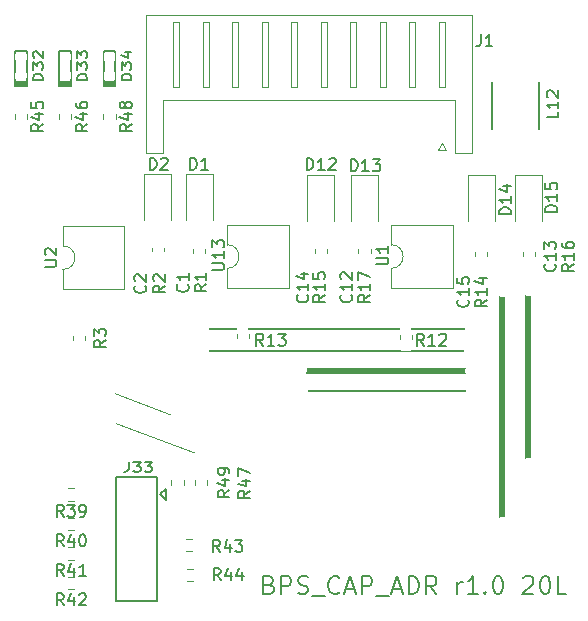
<source format=gbr>
G04 #@! TF.GenerationSoftware,KiCad,Pcbnew,(5.1.6)-1*
G04 #@! TF.CreationDate,2020-12-26T11:55:01+09:00*
G04 #@! TF.ProjectId,Ctrl_Arduino,4374726c-5f41-4726-9475-696e6f2e6b69,rev?*
G04 #@! TF.SameCoordinates,Original*
G04 #@! TF.FileFunction,Legend,Top*
G04 #@! TF.FilePolarity,Positive*
%FSLAX46Y46*%
G04 Gerber Fmt 4.6, Leading zero omitted, Abs format (unit mm)*
G04 Created by KiCad (PCBNEW (5.1.6)-1) date 2020-12-26 11:55:01*
%MOMM*%
%LPD*%
G01*
G04 APERTURE LIST*
%ADD10C,0.200000*%
%ADD11C,0.120000*%
%ADD12C,0.500000*%
%ADD13C,0.150000*%
%ADD14C,0.160000*%
%ADD15C,1.200000*%
%ADD16C,1.500000*%
%ADD17R,3.400000X1.900000*%
%ADD18C,1.100000*%
%ADD19O,1.700000X1.950000*%
%ADD20R,1.600000X1.600000*%
%ADD21O,1.600000X1.600000*%
G04 APERTURE END LIST*
D10*
X96785714Y-146892857D02*
X97000000Y-146964285D01*
X97071428Y-147035714D01*
X97142857Y-147178571D01*
X97142857Y-147392857D01*
X97071428Y-147535714D01*
X97000000Y-147607142D01*
X96857142Y-147678571D01*
X96285714Y-147678571D01*
X96285714Y-146178571D01*
X96785714Y-146178571D01*
X96928571Y-146250000D01*
X97000000Y-146321428D01*
X97071428Y-146464285D01*
X97071428Y-146607142D01*
X97000000Y-146750000D01*
X96928571Y-146821428D01*
X96785714Y-146892857D01*
X96285714Y-146892857D01*
X97785714Y-147678571D02*
X97785714Y-146178571D01*
X98357142Y-146178571D01*
X98500000Y-146250000D01*
X98571428Y-146321428D01*
X98642857Y-146464285D01*
X98642857Y-146678571D01*
X98571428Y-146821428D01*
X98500000Y-146892857D01*
X98357142Y-146964285D01*
X97785714Y-146964285D01*
X99214285Y-147607142D02*
X99428571Y-147678571D01*
X99785714Y-147678571D01*
X99928571Y-147607142D01*
X100000000Y-147535714D01*
X100071428Y-147392857D01*
X100071428Y-147250000D01*
X100000000Y-147107142D01*
X99928571Y-147035714D01*
X99785714Y-146964285D01*
X99500000Y-146892857D01*
X99357142Y-146821428D01*
X99285714Y-146750000D01*
X99214285Y-146607142D01*
X99214285Y-146464285D01*
X99285714Y-146321428D01*
X99357142Y-146250000D01*
X99500000Y-146178571D01*
X99857142Y-146178571D01*
X100071428Y-146250000D01*
X100357142Y-147821428D02*
X101500000Y-147821428D01*
X102714285Y-147535714D02*
X102642857Y-147607142D01*
X102428571Y-147678571D01*
X102285714Y-147678571D01*
X102071428Y-147607142D01*
X101928571Y-147464285D01*
X101857142Y-147321428D01*
X101785714Y-147035714D01*
X101785714Y-146821428D01*
X101857142Y-146535714D01*
X101928571Y-146392857D01*
X102071428Y-146250000D01*
X102285714Y-146178571D01*
X102428571Y-146178571D01*
X102642857Y-146250000D01*
X102714285Y-146321428D01*
X103285714Y-147250000D02*
X104000000Y-147250000D01*
X103142857Y-147678571D02*
X103642857Y-146178571D01*
X104142857Y-147678571D01*
X104642857Y-147678571D02*
X104642857Y-146178571D01*
X105214285Y-146178571D01*
X105357142Y-146250000D01*
X105428571Y-146321428D01*
X105500000Y-146464285D01*
X105500000Y-146678571D01*
X105428571Y-146821428D01*
X105357142Y-146892857D01*
X105214285Y-146964285D01*
X104642857Y-146964285D01*
X105785714Y-147821428D02*
X106928571Y-147821428D01*
X107214285Y-147250000D02*
X107928571Y-147250000D01*
X107071428Y-147678571D02*
X107571428Y-146178571D01*
X108071428Y-147678571D01*
X108571428Y-147678571D02*
X108571428Y-146178571D01*
X108928571Y-146178571D01*
X109142857Y-146250000D01*
X109285714Y-146392857D01*
X109357142Y-146535714D01*
X109428571Y-146821428D01*
X109428571Y-147035714D01*
X109357142Y-147321428D01*
X109285714Y-147464285D01*
X109142857Y-147607142D01*
X108928571Y-147678571D01*
X108571428Y-147678571D01*
X110928571Y-147678571D02*
X110428571Y-146964285D01*
X110071428Y-147678571D02*
X110071428Y-146178571D01*
X110642857Y-146178571D01*
X110785714Y-146250000D01*
X110857142Y-146321428D01*
X110928571Y-146464285D01*
X110928571Y-146678571D01*
X110857142Y-146821428D01*
X110785714Y-146892857D01*
X110642857Y-146964285D01*
X110071428Y-146964285D01*
X112714285Y-147678571D02*
X112714285Y-146678571D01*
X112714285Y-146964285D02*
X112785714Y-146821428D01*
X112857142Y-146750000D01*
X113000000Y-146678571D01*
X113142857Y-146678571D01*
X114428571Y-147678571D02*
X113571428Y-147678571D01*
X114000000Y-147678571D02*
X114000000Y-146178571D01*
X113857142Y-146392857D01*
X113714285Y-146535714D01*
X113571428Y-146607142D01*
X115071428Y-147535714D02*
X115142857Y-147607142D01*
X115071428Y-147678571D01*
X115000000Y-147607142D01*
X115071428Y-147535714D01*
X115071428Y-147678571D01*
X116071428Y-146178571D02*
X116214285Y-146178571D01*
X116357142Y-146250000D01*
X116428571Y-146321428D01*
X116500000Y-146464285D01*
X116571428Y-146750000D01*
X116571428Y-147107142D01*
X116500000Y-147392857D01*
X116428571Y-147535714D01*
X116357142Y-147607142D01*
X116214285Y-147678571D01*
X116071428Y-147678571D01*
X115928571Y-147607142D01*
X115857142Y-147535714D01*
X115785714Y-147392857D01*
X115714285Y-147107142D01*
X115714285Y-146750000D01*
X115785714Y-146464285D01*
X115857142Y-146321428D01*
X115928571Y-146250000D01*
X116071428Y-146178571D01*
X118285714Y-146321428D02*
X118357142Y-146250000D01*
X118500000Y-146178571D01*
X118857142Y-146178571D01*
X119000000Y-146250000D01*
X119071428Y-146321428D01*
X119142857Y-146464285D01*
X119142857Y-146607142D01*
X119071428Y-146821428D01*
X118214285Y-147678571D01*
X119142857Y-147678571D01*
X120071428Y-146178571D02*
X120214285Y-146178571D01*
X120357142Y-146250000D01*
X120428571Y-146321428D01*
X120500000Y-146464285D01*
X120571428Y-146750000D01*
X120571428Y-147107142D01*
X120500000Y-147392857D01*
X120428571Y-147535714D01*
X120357142Y-147607142D01*
X120214285Y-147678571D01*
X120071428Y-147678571D01*
X119928571Y-147607142D01*
X119857142Y-147535714D01*
X119785714Y-147392857D01*
X119714285Y-147107142D01*
X119714285Y-146750000D01*
X119785714Y-146464285D01*
X119857142Y-146321428D01*
X119928571Y-146250000D01*
X120071428Y-146178571D01*
X121928571Y-147678571D02*
X121214285Y-147678571D01*
X121214285Y-146178571D01*
D11*
X91000000Y-135900000D02*
X83300000Y-133050000D01*
X89000000Y-132700000D02*
X83200000Y-130450000D01*
D12*
X114100000Y-128800000D02*
X99200000Y-128800000D01*
D10*
X99300000Y-130500000D02*
X114200000Y-130500000D01*
X90900000Y-127100000D02*
X114100000Y-127100000D01*
X114100000Y-125200000D02*
X90900000Y-125200000D01*
D12*
X118700000Y-121700000D02*
X118700000Y-137000000D01*
X116500000Y-121700000D02*
X116500000Y-142100000D01*
D11*
X88477500Y-138487258D02*
X88477500Y-138012742D01*
X89522500Y-138487258D02*
X89522500Y-138012742D01*
X83772500Y-107012742D02*
X83772500Y-107487258D01*
X82727500Y-107012742D02*
X82727500Y-107487258D01*
X90477500Y-138487258D02*
X90477500Y-138012742D01*
X91522500Y-138487258D02*
X91522500Y-138012742D01*
X80022500Y-107012742D02*
X80022500Y-107487258D01*
X78977500Y-107012742D02*
X78977500Y-107487258D01*
X76272500Y-107012742D02*
X76272500Y-107487258D01*
X75227500Y-107012742D02*
X75227500Y-107487258D01*
X89847742Y-145522500D02*
X90322258Y-145522500D01*
X89847742Y-146567500D02*
X90322258Y-146567500D01*
X89762742Y-142977500D02*
X90237258Y-142977500D01*
X89762742Y-144022500D02*
X90237258Y-144022500D01*
X80237258Y-147272500D02*
X79762742Y-147272500D01*
X80237258Y-146227500D02*
X79762742Y-146227500D01*
X80237258Y-144772500D02*
X79762742Y-144772500D01*
X80237258Y-143727500D02*
X79762742Y-143727500D01*
X80237258Y-142272500D02*
X79762742Y-142272500D01*
X80237258Y-141227500D02*
X79762742Y-141227500D01*
X80237258Y-139772500D02*
X79762742Y-139772500D01*
X80237258Y-138727500D02*
X79762742Y-138727500D01*
D10*
X119600000Y-108300000D02*
X119600000Y-104300000D01*
X115600000Y-104300000D02*
X115600000Y-108300000D01*
D13*
X87500000Y-139250000D02*
X88000000Y-139750000D01*
X88000000Y-138750000D02*
X88000000Y-139750000D01*
X87500000Y-139250000D02*
X88000000Y-138750000D01*
X87300000Y-137750000D02*
X87300000Y-148250000D01*
X87300000Y-148250000D02*
X83800000Y-148250000D01*
X83800000Y-137750000D02*
X83800000Y-148250000D01*
X87300000Y-137750000D02*
X83800000Y-137750000D01*
D11*
X100150000Y-98640000D02*
X113960000Y-98640000D01*
X113960000Y-98640000D02*
X113960000Y-110360000D01*
X113960000Y-110360000D02*
X112540000Y-110360000D01*
X112540000Y-110360000D02*
X112540000Y-105860000D01*
X112540000Y-105860000D02*
X100150000Y-105860000D01*
X100150000Y-98640000D02*
X86340000Y-98640000D01*
X86340000Y-98640000D02*
X86340000Y-110360000D01*
X86340000Y-110360000D02*
X87760000Y-110360000D01*
X87760000Y-110360000D02*
X87760000Y-105860000D01*
X87760000Y-105860000D02*
X100150000Y-105860000D01*
X111650000Y-104750000D02*
X111650000Y-99250000D01*
X111650000Y-99250000D02*
X111150000Y-99250000D01*
X111150000Y-99250000D02*
X111150000Y-104750000D01*
X111150000Y-104750000D02*
X111650000Y-104750000D01*
X109150000Y-104750000D02*
X109150000Y-99250000D01*
X109150000Y-99250000D02*
X108650000Y-99250000D01*
X108650000Y-99250000D02*
X108650000Y-104750000D01*
X108650000Y-104750000D02*
X109150000Y-104750000D01*
X106650000Y-104750000D02*
X106650000Y-99250000D01*
X106650000Y-99250000D02*
X106150000Y-99250000D01*
X106150000Y-99250000D02*
X106150000Y-104750000D01*
X106150000Y-104750000D02*
X106650000Y-104750000D01*
X104150000Y-104750000D02*
X104150000Y-99250000D01*
X104150000Y-99250000D02*
X103650000Y-99250000D01*
X103650000Y-99250000D02*
X103650000Y-104750000D01*
X103650000Y-104750000D02*
X104150000Y-104750000D01*
X101650000Y-104750000D02*
X101650000Y-99250000D01*
X101650000Y-99250000D02*
X101150000Y-99250000D01*
X101150000Y-99250000D02*
X101150000Y-104750000D01*
X101150000Y-104750000D02*
X101650000Y-104750000D01*
X99150000Y-104750000D02*
X99150000Y-99250000D01*
X99150000Y-99250000D02*
X98650000Y-99250000D01*
X98650000Y-99250000D02*
X98650000Y-104750000D01*
X98650000Y-104750000D02*
X99150000Y-104750000D01*
X96650000Y-104750000D02*
X96650000Y-99250000D01*
X96650000Y-99250000D02*
X96150000Y-99250000D01*
X96150000Y-99250000D02*
X96150000Y-104750000D01*
X96150000Y-104750000D02*
X96650000Y-104750000D01*
X94150000Y-104750000D02*
X94150000Y-99250000D01*
X94150000Y-99250000D02*
X93650000Y-99250000D01*
X93650000Y-99250000D02*
X93650000Y-104750000D01*
X93650000Y-104750000D02*
X94150000Y-104750000D01*
X91650000Y-104750000D02*
X91650000Y-99250000D01*
X91650000Y-99250000D02*
X91150000Y-99250000D01*
X91150000Y-99250000D02*
X91150000Y-104750000D01*
X91150000Y-104750000D02*
X91650000Y-104750000D01*
X89150000Y-104750000D02*
X89150000Y-99250000D01*
X89150000Y-99250000D02*
X88650000Y-99250000D01*
X88650000Y-99250000D02*
X88650000Y-104750000D01*
X88650000Y-104750000D02*
X89150000Y-104750000D01*
X111400000Y-109450000D02*
X111700000Y-110050000D01*
X111700000Y-110050000D02*
X111100000Y-110050000D01*
X111100000Y-110050000D02*
X111400000Y-109450000D01*
D14*
X82750000Y-104300000D02*
X83750000Y-104300000D01*
X82750000Y-104300000D02*
X82750000Y-101700000D01*
X82750000Y-101700000D02*
X83750000Y-101700000D01*
X83750000Y-101700000D02*
X83750000Y-104300000D01*
D13*
X83750000Y-104300000D02*
X83750000Y-104700000D01*
X83750000Y-104700000D02*
X82750000Y-104700000D01*
X82750000Y-104700000D02*
X82750000Y-104300000D01*
X83750000Y-104500000D02*
X82850000Y-104500000D01*
D14*
X79000000Y-104300000D02*
X80000000Y-104300000D01*
X79000000Y-104300000D02*
X79000000Y-101700000D01*
X79000000Y-101700000D02*
X80000000Y-101700000D01*
X80000000Y-101700000D02*
X80000000Y-104300000D01*
D13*
X80000000Y-104300000D02*
X80000000Y-104700000D01*
X80000000Y-104700000D02*
X79000000Y-104700000D01*
X79000000Y-104700000D02*
X79000000Y-104300000D01*
X80000000Y-104500000D02*
X79100000Y-104500000D01*
D14*
X75250000Y-104300000D02*
X76250000Y-104300000D01*
X75250000Y-104300000D02*
X75250000Y-101700000D01*
X75250000Y-101700000D02*
X76250000Y-101700000D01*
X76250000Y-101700000D02*
X76250000Y-104300000D01*
D13*
X76250000Y-104300000D02*
X76250000Y-104700000D01*
X76250000Y-104700000D02*
X75250000Y-104700000D01*
X75250000Y-104700000D02*
X75250000Y-104300000D01*
X76250000Y-104500000D02*
X75350000Y-104500000D01*
D11*
X79310000Y-116550000D02*
X79310000Y-118200000D01*
X84510000Y-116550000D02*
X79310000Y-116550000D01*
X84510000Y-121850000D02*
X84510000Y-116550000D01*
X79310000Y-121850000D02*
X84510000Y-121850000D01*
X79310000Y-120200000D02*
X79310000Y-121850000D01*
X79310000Y-118200000D02*
G75*
G02*
X79310000Y-120200000I0J-1000000D01*
G01*
X81150000Y-126172779D02*
X81150000Y-125847221D01*
X80130000Y-126172779D02*
X80130000Y-125847221D01*
X87850000Y-118672779D02*
X87850000Y-118347221D01*
X86830000Y-118672779D02*
X86830000Y-118347221D01*
X91350000Y-118772779D02*
X91350000Y-118447221D01*
X90330000Y-118772779D02*
X90330000Y-118447221D01*
X86205000Y-112125000D02*
X86205000Y-116010000D01*
X88475000Y-112125000D02*
X86205000Y-112125000D01*
X88475000Y-116010000D02*
X88475000Y-112125000D01*
X89705000Y-112125000D02*
X89705000Y-116010000D01*
X91975000Y-112125000D02*
X89705000Y-112125000D01*
X91975000Y-116010000D02*
X91975000Y-112125000D01*
X105350000Y-118785279D02*
X105350000Y-118459721D01*
X104330000Y-118785279D02*
X104330000Y-118459721D01*
X119250000Y-119085279D02*
X119250000Y-118759721D01*
X118230000Y-119085279D02*
X118230000Y-118759721D01*
X101650000Y-118785279D02*
X101650000Y-118459721D01*
X100630000Y-118785279D02*
X100630000Y-118459721D01*
X115250000Y-119085279D02*
X115250000Y-118759721D01*
X114230000Y-119085279D02*
X114230000Y-118759721D01*
X95050000Y-125972779D02*
X95050000Y-125647221D01*
X94030000Y-125972779D02*
X94030000Y-125647221D01*
X108850000Y-126072779D02*
X108850000Y-125747221D01*
X107830000Y-126072779D02*
X107830000Y-125747221D01*
X93210000Y-116450000D02*
X93210000Y-118100000D01*
X98410000Y-116450000D02*
X93210000Y-116450000D01*
X98410000Y-121750000D02*
X98410000Y-116450000D01*
X93210000Y-121750000D02*
X98410000Y-121750000D01*
X93210000Y-120100000D02*
X93210000Y-121750000D01*
X93210000Y-118100000D02*
G75*
G02*
X93210000Y-120100000I0J-1000000D01*
G01*
X107110000Y-116450000D02*
X107110000Y-118100000D01*
X112310000Y-116450000D02*
X107110000Y-116450000D01*
X112310000Y-121750000D02*
X112310000Y-116450000D01*
X107110000Y-121750000D02*
X112310000Y-121750000D01*
X107110000Y-120100000D02*
X107110000Y-121750000D01*
X107110000Y-118100000D02*
G75*
G02*
X107110000Y-120100000I0J-1000000D01*
G01*
X117605000Y-112225000D02*
X117605000Y-116110000D01*
X119875000Y-112225000D02*
X117605000Y-112225000D01*
X119875000Y-116110000D02*
X119875000Y-112225000D01*
X115875000Y-116110000D02*
X115875000Y-112225000D01*
X115875000Y-112225000D02*
X113605000Y-112225000D01*
X113605000Y-112225000D02*
X113605000Y-116110000D01*
X103705000Y-112225000D02*
X103705000Y-116110000D01*
X105975000Y-112225000D02*
X103705000Y-112225000D01*
X105975000Y-116110000D02*
X105975000Y-112225000D01*
X100005000Y-112225000D02*
X100005000Y-116110000D01*
X102275000Y-112225000D02*
X100005000Y-112225000D01*
X102275000Y-116110000D02*
X102275000Y-112225000D01*
D13*
X93402380Y-138892857D02*
X92926190Y-139226190D01*
X93402380Y-139464285D02*
X92402380Y-139464285D01*
X92402380Y-139083333D01*
X92450000Y-138988095D01*
X92497619Y-138940476D01*
X92592857Y-138892857D01*
X92735714Y-138892857D01*
X92830952Y-138940476D01*
X92878571Y-138988095D01*
X92926190Y-139083333D01*
X92926190Y-139464285D01*
X92735714Y-138035714D02*
X93402380Y-138035714D01*
X92354761Y-138273809D02*
X93069047Y-138511904D01*
X93069047Y-137892857D01*
X93402380Y-137464285D02*
X93402380Y-137273809D01*
X93354761Y-137178571D01*
X93307142Y-137130952D01*
X93164285Y-137035714D01*
X92973809Y-136988095D01*
X92592857Y-136988095D01*
X92497619Y-137035714D01*
X92450000Y-137083333D01*
X92402380Y-137178571D01*
X92402380Y-137369047D01*
X92450000Y-137464285D01*
X92497619Y-137511904D01*
X92592857Y-137559523D01*
X92830952Y-137559523D01*
X92926190Y-137511904D01*
X92973809Y-137464285D01*
X93021428Y-137369047D01*
X93021428Y-137178571D01*
X92973809Y-137083333D01*
X92926190Y-137035714D01*
X92830952Y-136988095D01*
X85132380Y-107892857D02*
X84656190Y-108226190D01*
X85132380Y-108464285D02*
X84132380Y-108464285D01*
X84132380Y-108083333D01*
X84180000Y-107988095D01*
X84227619Y-107940476D01*
X84322857Y-107892857D01*
X84465714Y-107892857D01*
X84560952Y-107940476D01*
X84608571Y-107988095D01*
X84656190Y-108083333D01*
X84656190Y-108464285D01*
X84465714Y-107035714D02*
X85132380Y-107035714D01*
X84084761Y-107273809D02*
X84799047Y-107511904D01*
X84799047Y-106892857D01*
X84560952Y-106369047D02*
X84513333Y-106464285D01*
X84465714Y-106511904D01*
X84370476Y-106559523D01*
X84322857Y-106559523D01*
X84227619Y-106511904D01*
X84180000Y-106464285D01*
X84132380Y-106369047D01*
X84132380Y-106178571D01*
X84180000Y-106083333D01*
X84227619Y-106035714D01*
X84322857Y-105988095D01*
X84370476Y-105988095D01*
X84465714Y-106035714D01*
X84513333Y-106083333D01*
X84560952Y-106178571D01*
X84560952Y-106369047D01*
X84608571Y-106464285D01*
X84656190Y-106511904D01*
X84751428Y-106559523D01*
X84941904Y-106559523D01*
X85037142Y-106511904D01*
X85084761Y-106464285D01*
X85132380Y-106369047D01*
X85132380Y-106178571D01*
X85084761Y-106083333D01*
X85037142Y-106035714D01*
X84941904Y-105988095D01*
X84751428Y-105988095D01*
X84656190Y-106035714D01*
X84608571Y-106083333D01*
X84560952Y-106178571D01*
X95152380Y-138942857D02*
X94676190Y-139276190D01*
X95152380Y-139514285D02*
X94152380Y-139514285D01*
X94152380Y-139133333D01*
X94200000Y-139038095D01*
X94247619Y-138990476D01*
X94342857Y-138942857D01*
X94485714Y-138942857D01*
X94580952Y-138990476D01*
X94628571Y-139038095D01*
X94676190Y-139133333D01*
X94676190Y-139514285D01*
X94485714Y-138085714D02*
X95152380Y-138085714D01*
X94104761Y-138323809D02*
X94819047Y-138561904D01*
X94819047Y-137942857D01*
X94152380Y-137657142D02*
X94152380Y-136990476D01*
X95152380Y-137419047D01*
X81382380Y-107892857D02*
X80906190Y-108226190D01*
X81382380Y-108464285D02*
X80382380Y-108464285D01*
X80382380Y-108083333D01*
X80430000Y-107988095D01*
X80477619Y-107940476D01*
X80572857Y-107892857D01*
X80715714Y-107892857D01*
X80810952Y-107940476D01*
X80858571Y-107988095D01*
X80906190Y-108083333D01*
X80906190Y-108464285D01*
X80715714Y-107035714D02*
X81382380Y-107035714D01*
X80334761Y-107273809D02*
X81049047Y-107511904D01*
X81049047Y-106892857D01*
X80382380Y-106083333D02*
X80382380Y-106273809D01*
X80430000Y-106369047D01*
X80477619Y-106416666D01*
X80620476Y-106511904D01*
X80810952Y-106559523D01*
X81191904Y-106559523D01*
X81287142Y-106511904D01*
X81334761Y-106464285D01*
X81382380Y-106369047D01*
X81382380Y-106178571D01*
X81334761Y-106083333D01*
X81287142Y-106035714D01*
X81191904Y-105988095D01*
X80953809Y-105988095D01*
X80858571Y-106035714D01*
X80810952Y-106083333D01*
X80763333Y-106178571D01*
X80763333Y-106369047D01*
X80810952Y-106464285D01*
X80858571Y-106511904D01*
X80953809Y-106559523D01*
X77632380Y-107892857D02*
X77156190Y-108226190D01*
X77632380Y-108464285D02*
X76632380Y-108464285D01*
X76632380Y-108083333D01*
X76680000Y-107988095D01*
X76727619Y-107940476D01*
X76822857Y-107892857D01*
X76965714Y-107892857D01*
X77060952Y-107940476D01*
X77108571Y-107988095D01*
X77156190Y-108083333D01*
X77156190Y-108464285D01*
X76965714Y-107035714D02*
X77632380Y-107035714D01*
X76584761Y-107273809D02*
X77299047Y-107511904D01*
X77299047Y-106892857D01*
X76632380Y-106035714D02*
X76632380Y-106511904D01*
X77108571Y-106559523D01*
X77060952Y-106511904D01*
X77013333Y-106416666D01*
X77013333Y-106178571D01*
X77060952Y-106083333D01*
X77108571Y-106035714D01*
X77203809Y-105988095D01*
X77441904Y-105988095D01*
X77537142Y-106035714D01*
X77584761Y-106083333D01*
X77632380Y-106178571D01*
X77632380Y-106416666D01*
X77584761Y-106511904D01*
X77537142Y-106559523D01*
X92657142Y-146502380D02*
X92323809Y-146026190D01*
X92085714Y-146502380D02*
X92085714Y-145502380D01*
X92466666Y-145502380D01*
X92561904Y-145550000D01*
X92609523Y-145597619D01*
X92657142Y-145692857D01*
X92657142Y-145835714D01*
X92609523Y-145930952D01*
X92561904Y-145978571D01*
X92466666Y-146026190D01*
X92085714Y-146026190D01*
X93514285Y-145835714D02*
X93514285Y-146502380D01*
X93276190Y-145454761D02*
X93038095Y-146169047D01*
X93657142Y-146169047D01*
X94466666Y-145835714D02*
X94466666Y-146502380D01*
X94228571Y-145454761D02*
X93990476Y-146169047D01*
X94609523Y-146169047D01*
X92607142Y-144102380D02*
X92273809Y-143626190D01*
X92035714Y-144102380D02*
X92035714Y-143102380D01*
X92416666Y-143102380D01*
X92511904Y-143150000D01*
X92559523Y-143197619D01*
X92607142Y-143292857D01*
X92607142Y-143435714D01*
X92559523Y-143530952D01*
X92511904Y-143578571D01*
X92416666Y-143626190D01*
X92035714Y-143626190D01*
X93464285Y-143435714D02*
X93464285Y-144102380D01*
X93226190Y-143054761D02*
X92988095Y-143769047D01*
X93607142Y-143769047D01*
X93892857Y-143102380D02*
X94511904Y-143102380D01*
X94178571Y-143483333D01*
X94321428Y-143483333D01*
X94416666Y-143530952D01*
X94464285Y-143578571D01*
X94511904Y-143673809D01*
X94511904Y-143911904D01*
X94464285Y-144007142D01*
X94416666Y-144054761D01*
X94321428Y-144102380D01*
X94035714Y-144102380D01*
X93940476Y-144054761D01*
X93892857Y-144007142D01*
X79357142Y-148632380D02*
X79023809Y-148156190D01*
X78785714Y-148632380D02*
X78785714Y-147632380D01*
X79166666Y-147632380D01*
X79261904Y-147680000D01*
X79309523Y-147727619D01*
X79357142Y-147822857D01*
X79357142Y-147965714D01*
X79309523Y-148060952D01*
X79261904Y-148108571D01*
X79166666Y-148156190D01*
X78785714Y-148156190D01*
X80214285Y-147965714D02*
X80214285Y-148632380D01*
X79976190Y-147584761D02*
X79738095Y-148299047D01*
X80357142Y-148299047D01*
X80690476Y-147727619D02*
X80738095Y-147680000D01*
X80833333Y-147632380D01*
X81071428Y-147632380D01*
X81166666Y-147680000D01*
X81214285Y-147727619D01*
X81261904Y-147822857D01*
X81261904Y-147918095D01*
X81214285Y-148060952D01*
X80642857Y-148632380D01*
X81261904Y-148632380D01*
X79357142Y-146132380D02*
X79023809Y-145656190D01*
X78785714Y-146132380D02*
X78785714Y-145132380D01*
X79166666Y-145132380D01*
X79261904Y-145180000D01*
X79309523Y-145227619D01*
X79357142Y-145322857D01*
X79357142Y-145465714D01*
X79309523Y-145560952D01*
X79261904Y-145608571D01*
X79166666Y-145656190D01*
X78785714Y-145656190D01*
X80214285Y-145465714D02*
X80214285Y-146132380D01*
X79976190Y-145084761D02*
X79738095Y-145799047D01*
X80357142Y-145799047D01*
X81261904Y-146132380D02*
X80690476Y-146132380D01*
X80976190Y-146132380D02*
X80976190Y-145132380D01*
X80880952Y-145275238D01*
X80785714Y-145370476D01*
X80690476Y-145418095D01*
X79357142Y-143632380D02*
X79023809Y-143156190D01*
X78785714Y-143632380D02*
X78785714Y-142632380D01*
X79166666Y-142632380D01*
X79261904Y-142680000D01*
X79309523Y-142727619D01*
X79357142Y-142822857D01*
X79357142Y-142965714D01*
X79309523Y-143060952D01*
X79261904Y-143108571D01*
X79166666Y-143156190D01*
X78785714Y-143156190D01*
X80214285Y-142965714D02*
X80214285Y-143632380D01*
X79976190Y-142584761D02*
X79738095Y-143299047D01*
X80357142Y-143299047D01*
X80928571Y-142632380D02*
X81023809Y-142632380D01*
X81119047Y-142680000D01*
X81166666Y-142727619D01*
X81214285Y-142822857D01*
X81261904Y-143013333D01*
X81261904Y-143251428D01*
X81214285Y-143441904D01*
X81166666Y-143537142D01*
X81119047Y-143584761D01*
X81023809Y-143632380D01*
X80928571Y-143632380D01*
X80833333Y-143584761D01*
X80785714Y-143537142D01*
X80738095Y-143441904D01*
X80690476Y-143251428D01*
X80690476Y-143013333D01*
X80738095Y-142822857D01*
X80785714Y-142727619D01*
X80833333Y-142680000D01*
X80928571Y-142632380D01*
X79357142Y-141132380D02*
X79023809Y-140656190D01*
X78785714Y-141132380D02*
X78785714Y-140132380D01*
X79166666Y-140132380D01*
X79261904Y-140180000D01*
X79309523Y-140227619D01*
X79357142Y-140322857D01*
X79357142Y-140465714D01*
X79309523Y-140560952D01*
X79261904Y-140608571D01*
X79166666Y-140656190D01*
X78785714Y-140656190D01*
X79690476Y-140132380D02*
X80309523Y-140132380D01*
X79976190Y-140513333D01*
X80119047Y-140513333D01*
X80214285Y-140560952D01*
X80261904Y-140608571D01*
X80309523Y-140703809D01*
X80309523Y-140941904D01*
X80261904Y-141037142D01*
X80214285Y-141084761D01*
X80119047Y-141132380D01*
X79833333Y-141132380D01*
X79738095Y-141084761D01*
X79690476Y-141037142D01*
X80785714Y-141132380D02*
X80976190Y-141132380D01*
X81071428Y-141084761D01*
X81119047Y-141037142D01*
X81214285Y-140894285D01*
X81261904Y-140703809D01*
X81261904Y-140322857D01*
X81214285Y-140227619D01*
X81166666Y-140180000D01*
X81071428Y-140132380D01*
X80880952Y-140132380D01*
X80785714Y-140180000D01*
X80738095Y-140227619D01*
X80690476Y-140322857D01*
X80690476Y-140560952D01*
X80738095Y-140656190D01*
X80785714Y-140703809D01*
X80880952Y-140751428D01*
X81071428Y-140751428D01*
X81166666Y-140703809D01*
X81214285Y-140656190D01*
X81261904Y-140560952D01*
X121252380Y-106842857D02*
X121252380Y-107319047D01*
X120252380Y-107319047D01*
X121252380Y-105985714D02*
X121252380Y-106557142D01*
X121252380Y-106271428D02*
X120252380Y-106271428D01*
X120395238Y-106366666D01*
X120490476Y-106461904D01*
X120538095Y-106557142D01*
X120347619Y-105604761D02*
X120300000Y-105557142D01*
X120252380Y-105461904D01*
X120252380Y-105223809D01*
X120300000Y-105128571D01*
X120347619Y-105080952D01*
X120442857Y-105033333D01*
X120538095Y-105033333D01*
X120680952Y-105080952D01*
X121252380Y-105652380D01*
X121252380Y-105033333D01*
X84890476Y-136511904D02*
X84890476Y-137083333D01*
X84842857Y-137197619D01*
X84747619Y-137273809D01*
X84604761Y-137311904D01*
X84509523Y-137311904D01*
X85271428Y-136511904D02*
X85890476Y-136511904D01*
X85557142Y-136816666D01*
X85700000Y-136816666D01*
X85795238Y-136854761D01*
X85842857Y-136892857D01*
X85890476Y-136969047D01*
X85890476Y-137159523D01*
X85842857Y-137235714D01*
X85795238Y-137273809D01*
X85700000Y-137311904D01*
X85414285Y-137311904D01*
X85319047Y-137273809D01*
X85271428Y-137235714D01*
X86223809Y-136511904D02*
X86842857Y-136511904D01*
X86509523Y-136816666D01*
X86652380Y-136816666D01*
X86747619Y-136854761D01*
X86795238Y-136892857D01*
X86842857Y-136969047D01*
X86842857Y-137159523D01*
X86795238Y-137235714D01*
X86747619Y-137273809D01*
X86652380Y-137311904D01*
X86366666Y-137311904D01*
X86271428Y-137273809D01*
X86223809Y-137235714D01*
X114666666Y-100302380D02*
X114666666Y-101016666D01*
X114619047Y-101159523D01*
X114523809Y-101254761D01*
X114380952Y-101302380D01*
X114285714Y-101302380D01*
X115666666Y-101302380D02*
X115095238Y-101302380D01*
X115380952Y-101302380D02*
X115380952Y-100302380D01*
X115285714Y-100445238D01*
X115190476Y-100540476D01*
X115095238Y-100588095D01*
X85086904Y-104189285D02*
X84286904Y-104189285D01*
X84286904Y-103951190D01*
X84325000Y-103808333D01*
X84401190Y-103713095D01*
X84477380Y-103665476D01*
X84629761Y-103617857D01*
X84744047Y-103617857D01*
X84896428Y-103665476D01*
X84972619Y-103713095D01*
X85048809Y-103808333D01*
X85086904Y-103951190D01*
X85086904Y-104189285D01*
X84286904Y-103284523D02*
X84286904Y-102665476D01*
X84591666Y-102998809D01*
X84591666Y-102855952D01*
X84629761Y-102760714D01*
X84667857Y-102713095D01*
X84744047Y-102665476D01*
X84934523Y-102665476D01*
X85010714Y-102713095D01*
X85048809Y-102760714D01*
X85086904Y-102855952D01*
X85086904Y-103141666D01*
X85048809Y-103236904D01*
X85010714Y-103284523D01*
X84553571Y-101808333D02*
X85086904Y-101808333D01*
X84248809Y-102046428D02*
X84820238Y-102284523D01*
X84820238Y-101665476D01*
X81336904Y-104189285D02*
X80536904Y-104189285D01*
X80536904Y-103951190D01*
X80575000Y-103808333D01*
X80651190Y-103713095D01*
X80727380Y-103665476D01*
X80879761Y-103617857D01*
X80994047Y-103617857D01*
X81146428Y-103665476D01*
X81222619Y-103713095D01*
X81298809Y-103808333D01*
X81336904Y-103951190D01*
X81336904Y-104189285D01*
X80536904Y-103284523D02*
X80536904Y-102665476D01*
X80841666Y-102998809D01*
X80841666Y-102855952D01*
X80879761Y-102760714D01*
X80917857Y-102713095D01*
X80994047Y-102665476D01*
X81184523Y-102665476D01*
X81260714Y-102713095D01*
X81298809Y-102760714D01*
X81336904Y-102855952D01*
X81336904Y-103141666D01*
X81298809Y-103236904D01*
X81260714Y-103284523D01*
X80536904Y-102332142D02*
X80536904Y-101713095D01*
X80841666Y-102046428D01*
X80841666Y-101903571D01*
X80879761Y-101808333D01*
X80917857Y-101760714D01*
X80994047Y-101713095D01*
X81184523Y-101713095D01*
X81260714Y-101760714D01*
X81298809Y-101808333D01*
X81336904Y-101903571D01*
X81336904Y-102189285D01*
X81298809Y-102284523D01*
X81260714Y-102332142D01*
X77586904Y-104189285D02*
X76786904Y-104189285D01*
X76786904Y-103951190D01*
X76825000Y-103808333D01*
X76901190Y-103713095D01*
X76977380Y-103665476D01*
X77129761Y-103617857D01*
X77244047Y-103617857D01*
X77396428Y-103665476D01*
X77472619Y-103713095D01*
X77548809Y-103808333D01*
X77586904Y-103951190D01*
X77586904Y-104189285D01*
X76786904Y-103284523D02*
X76786904Y-102665476D01*
X77091666Y-102998809D01*
X77091666Y-102855952D01*
X77129761Y-102760714D01*
X77167857Y-102713095D01*
X77244047Y-102665476D01*
X77434523Y-102665476D01*
X77510714Y-102713095D01*
X77548809Y-102760714D01*
X77586904Y-102855952D01*
X77586904Y-103141666D01*
X77548809Y-103236904D01*
X77510714Y-103284523D01*
X76863095Y-102284523D02*
X76825000Y-102236904D01*
X76786904Y-102141666D01*
X76786904Y-101903571D01*
X76825000Y-101808333D01*
X76863095Y-101760714D01*
X76939285Y-101713095D01*
X77015476Y-101713095D01*
X77129761Y-101760714D01*
X77586904Y-102332142D01*
X77586904Y-101713095D01*
X77762380Y-119961904D02*
X78571904Y-119961904D01*
X78667142Y-119914285D01*
X78714761Y-119866666D01*
X78762380Y-119771428D01*
X78762380Y-119580952D01*
X78714761Y-119485714D01*
X78667142Y-119438095D01*
X78571904Y-119390476D01*
X77762380Y-119390476D01*
X77857619Y-118961904D02*
X77810000Y-118914285D01*
X77762380Y-118819047D01*
X77762380Y-118580952D01*
X77810000Y-118485714D01*
X77857619Y-118438095D01*
X77952857Y-118390476D01*
X78048095Y-118390476D01*
X78190952Y-118438095D01*
X78762380Y-119009523D01*
X78762380Y-118390476D01*
X82952380Y-126166666D02*
X82476190Y-126500000D01*
X82952380Y-126738095D02*
X81952380Y-126738095D01*
X81952380Y-126357142D01*
X82000000Y-126261904D01*
X82047619Y-126214285D01*
X82142857Y-126166666D01*
X82285714Y-126166666D01*
X82380952Y-126214285D01*
X82428571Y-126261904D01*
X82476190Y-126357142D01*
X82476190Y-126738095D01*
X81952380Y-125833333D02*
X81952380Y-125214285D01*
X82333333Y-125547619D01*
X82333333Y-125404761D01*
X82380952Y-125309523D01*
X82428571Y-125261904D01*
X82523809Y-125214285D01*
X82761904Y-125214285D01*
X82857142Y-125261904D01*
X82904761Y-125309523D01*
X82952380Y-125404761D01*
X82952380Y-125690476D01*
X82904761Y-125785714D01*
X82857142Y-125833333D01*
X87952380Y-121566666D02*
X87476190Y-121900000D01*
X87952380Y-122138095D02*
X86952380Y-122138095D01*
X86952380Y-121757142D01*
X87000000Y-121661904D01*
X87047619Y-121614285D01*
X87142857Y-121566666D01*
X87285714Y-121566666D01*
X87380952Y-121614285D01*
X87428571Y-121661904D01*
X87476190Y-121757142D01*
X87476190Y-122138095D01*
X87047619Y-121185714D02*
X87000000Y-121138095D01*
X86952380Y-121042857D01*
X86952380Y-120804761D01*
X87000000Y-120709523D01*
X87047619Y-120661904D01*
X87142857Y-120614285D01*
X87238095Y-120614285D01*
X87380952Y-120661904D01*
X87952380Y-121233333D01*
X87952380Y-120614285D01*
X91452380Y-121466666D02*
X90976190Y-121800000D01*
X91452380Y-122038095D02*
X90452380Y-122038095D01*
X90452380Y-121657142D01*
X90500000Y-121561904D01*
X90547619Y-121514285D01*
X90642857Y-121466666D01*
X90785714Y-121466666D01*
X90880952Y-121514285D01*
X90928571Y-121561904D01*
X90976190Y-121657142D01*
X90976190Y-122038095D01*
X91452380Y-120514285D02*
X91452380Y-121085714D01*
X91452380Y-120800000D02*
X90452380Y-120800000D01*
X90595238Y-120895238D01*
X90690476Y-120990476D01*
X90738095Y-121085714D01*
X86661904Y-111752380D02*
X86661904Y-110752380D01*
X86900000Y-110752380D01*
X87042857Y-110800000D01*
X87138095Y-110895238D01*
X87185714Y-110990476D01*
X87233333Y-111180952D01*
X87233333Y-111323809D01*
X87185714Y-111514285D01*
X87138095Y-111609523D01*
X87042857Y-111704761D01*
X86900000Y-111752380D01*
X86661904Y-111752380D01*
X87614285Y-110847619D02*
X87661904Y-110800000D01*
X87757142Y-110752380D01*
X87995238Y-110752380D01*
X88090476Y-110800000D01*
X88138095Y-110847619D01*
X88185714Y-110942857D01*
X88185714Y-111038095D01*
X88138095Y-111180952D01*
X87566666Y-111752380D01*
X88185714Y-111752380D01*
X90061904Y-111752380D02*
X90061904Y-110752380D01*
X90300000Y-110752380D01*
X90442857Y-110800000D01*
X90538095Y-110895238D01*
X90585714Y-110990476D01*
X90633333Y-111180952D01*
X90633333Y-111323809D01*
X90585714Y-111514285D01*
X90538095Y-111609523D01*
X90442857Y-111704761D01*
X90300000Y-111752380D01*
X90061904Y-111752380D01*
X91585714Y-111752380D02*
X91014285Y-111752380D01*
X91300000Y-111752380D02*
X91300000Y-110752380D01*
X91204761Y-110895238D01*
X91109523Y-110990476D01*
X91014285Y-111038095D01*
X86257142Y-121566666D02*
X86304761Y-121614285D01*
X86352380Y-121757142D01*
X86352380Y-121852380D01*
X86304761Y-121995238D01*
X86209523Y-122090476D01*
X86114285Y-122138095D01*
X85923809Y-122185714D01*
X85780952Y-122185714D01*
X85590476Y-122138095D01*
X85495238Y-122090476D01*
X85400000Y-121995238D01*
X85352380Y-121852380D01*
X85352380Y-121757142D01*
X85400000Y-121614285D01*
X85447619Y-121566666D01*
X85447619Y-121185714D02*
X85400000Y-121138095D01*
X85352380Y-121042857D01*
X85352380Y-120804761D01*
X85400000Y-120709523D01*
X85447619Y-120661904D01*
X85542857Y-120614285D01*
X85638095Y-120614285D01*
X85780952Y-120661904D01*
X86352380Y-121233333D01*
X86352380Y-120614285D01*
X89857142Y-121466666D02*
X89904761Y-121514285D01*
X89952380Y-121657142D01*
X89952380Y-121752380D01*
X89904761Y-121895238D01*
X89809523Y-121990476D01*
X89714285Y-122038095D01*
X89523809Y-122085714D01*
X89380952Y-122085714D01*
X89190476Y-122038095D01*
X89095238Y-121990476D01*
X89000000Y-121895238D01*
X88952380Y-121752380D01*
X88952380Y-121657142D01*
X89000000Y-121514285D01*
X89047619Y-121466666D01*
X89952380Y-120514285D02*
X89952380Y-121085714D01*
X89952380Y-120800000D02*
X88952380Y-120800000D01*
X89095238Y-120895238D01*
X89190476Y-120990476D01*
X89238095Y-121085714D01*
X105292380Y-122352857D02*
X104816190Y-122686190D01*
X105292380Y-122924285D02*
X104292380Y-122924285D01*
X104292380Y-122543333D01*
X104340000Y-122448095D01*
X104387619Y-122400476D01*
X104482857Y-122352857D01*
X104625714Y-122352857D01*
X104720952Y-122400476D01*
X104768571Y-122448095D01*
X104816190Y-122543333D01*
X104816190Y-122924285D01*
X105292380Y-121400476D02*
X105292380Y-121971904D01*
X105292380Y-121686190D02*
X104292380Y-121686190D01*
X104435238Y-121781428D01*
X104530476Y-121876666D01*
X104578095Y-121971904D01*
X104292380Y-121067142D02*
X104292380Y-120400476D01*
X105292380Y-120829047D01*
X122552380Y-119742857D02*
X122076190Y-120076190D01*
X122552380Y-120314285D02*
X121552380Y-120314285D01*
X121552380Y-119933333D01*
X121600000Y-119838095D01*
X121647619Y-119790476D01*
X121742857Y-119742857D01*
X121885714Y-119742857D01*
X121980952Y-119790476D01*
X122028571Y-119838095D01*
X122076190Y-119933333D01*
X122076190Y-120314285D01*
X122552380Y-118790476D02*
X122552380Y-119361904D01*
X122552380Y-119076190D02*
X121552380Y-119076190D01*
X121695238Y-119171428D01*
X121790476Y-119266666D01*
X121838095Y-119361904D01*
X121552380Y-117933333D02*
X121552380Y-118123809D01*
X121600000Y-118219047D01*
X121647619Y-118266666D01*
X121790476Y-118361904D01*
X121980952Y-118409523D01*
X122361904Y-118409523D01*
X122457142Y-118361904D01*
X122504761Y-118314285D01*
X122552380Y-118219047D01*
X122552380Y-118028571D01*
X122504761Y-117933333D01*
X122457142Y-117885714D01*
X122361904Y-117838095D01*
X122123809Y-117838095D01*
X122028571Y-117885714D01*
X121980952Y-117933333D01*
X121933333Y-118028571D01*
X121933333Y-118219047D01*
X121980952Y-118314285D01*
X122028571Y-118361904D01*
X122123809Y-118409523D01*
X101492380Y-122352857D02*
X101016190Y-122686190D01*
X101492380Y-122924285D02*
X100492380Y-122924285D01*
X100492380Y-122543333D01*
X100540000Y-122448095D01*
X100587619Y-122400476D01*
X100682857Y-122352857D01*
X100825714Y-122352857D01*
X100920952Y-122400476D01*
X100968571Y-122448095D01*
X101016190Y-122543333D01*
X101016190Y-122924285D01*
X101492380Y-121400476D02*
X101492380Y-121971904D01*
X101492380Y-121686190D02*
X100492380Y-121686190D01*
X100635238Y-121781428D01*
X100730476Y-121876666D01*
X100778095Y-121971904D01*
X100492380Y-120495714D02*
X100492380Y-120971904D01*
X100968571Y-121019523D01*
X100920952Y-120971904D01*
X100873333Y-120876666D01*
X100873333Y-120638571D01*
X100920952Y-120543333D01*
X100968571Y-120495714D01*
X101063809Y-120448095D01*
X101301904Y-120448095D01*
X101397142Y-120495714D01*
X101444761Y-120543333D01*
X101492380Y-120638571D01*
X101492380Y-120876666D01*
X101444761Y-120971904D01*
X101397142Y-121019523D01*
X115192380Y-122752857D02*
X114716190Y-123086190D01*
X115192380Y-123324285D02*
X114192380Y-123324285D01*
X114192380Y-122943333D01*
X114240000Y-122848095D01*
X114287619Y-122800476D01*
X114382857Y-122752857D01*
X114525714Y-122752857D01*
X114620952Y-122800476D01*
X114668571Y-122848095D01*
X114716190Y-122943333D01*
X114716190Y-123324285D01*
X115192380Y-121800476D02*
X115192380Y-122371904D01*
X115192380Y-122086190D02*
X114192380Y-122086190D01*
X114335238Y-122181428D01*
X114430476Y-122276666D01*
X114478095Y-122371904D01*
X114525714Y-120943333D02*
X115192380Y-120943333D01*
X114144761Y-121181428D02*
X114859047Y-121419523D01*
X114859047Y-120800476D01*
X96257142Y-126652380D02*
X95923809Y-126176190D01*
X95685714Y-126652380D02*
X95685714Y-125652380D01*
X96066666Y-125652380D01*
X96161904Y-125700000D01*
X96209523Y-125747619D01*
X96257142Y-125842857D01*
X96257142Y-125985714D01*
X96209523Y-126080952D01*
X96161904Y-126128571D01*
X96066666Y-126176190D01*
X95685714Y-126176190D01*
X97209523Y-126652380D02*
X96638095Y-126652380D01*
X96923809Y-126652380D02*
X96923809Y-125652380D01*
X96828571Y-125795238D01*
X96733333Y-125890476D01*
X96638095Y-125938095D01*
X97542857Y-125652380D02*
X98161904Y-125652380D01*
X97828571Y-126033333D01*
X97971428Y-126033333D01*
X98066666Y-126080952D01*
X98114285Y-126128571D01*
X98161904Y-126223809D01*
X98161904Y-126461904D01*
X98114285Y-126557142D01*
X98066666Y-126604761D01*
X97971428Y-126652380D01*
X97685714Y-126652380D01*
X97590476Y-126604761D01*
X97542857Y-126557142D01*
X109857142Y-126652380D02*
X109523809Y-126176190D01*
X109285714Y-126652380D02*
X109285714Y-125652380D01*
X109666666Y-125652380D01*
X109761904Y-125700000D01*
X109809523Y-125747619D01*
X109857142Y-125842857D01*
X109857142Y-125985714D01*
X109809523Y-126080952D01*
X109761904Y-126128571D01*
X109666666Y-126176190D01*
X109285714Y-126176190D01*
X110809523Y-126652380D02*
X110238095Y-126652380D01*
X110523809Y-126652380D02*
X110523809Y-125652380D01*
X110428571Y-125795238D01*
X110333333Y-125890476D01*
X110238095Y-125938095D01*
X111190476Y-125747619D02*
X111238095Y-125700000D01*
X111333333Y-125652380D01*
X111571428Y-125652380D01*
X111666666Y-125700000D01*
X111714285Y-125747619D01*
X111761904Y-125842857D01*
X111761904Y-125938095D01*
X111714285Y-126080952D01*
X111142857Y-126652380D01*
X111761904Y-126652380D01*
X91952380Y-120238095D02*
X92761904Y-120238095D01*
X92857142Y-120190476D01*
X92904761Y-120142857D01*
X92952380Y-120047619D01*
X92952380Y-119857142D01*
X92904761Y-119761904D01*
X92857142Y-119714285D01*
X92761904Y-119666666D01*
X91952380Y-119666666D01*
X92952380Y-118666666D02*
X92952380Y-119238095D01*
X92952380Y-118952380D02*
X91952380Y-118952380D01*
X92095238Y-119047619D01*
X92190476Y-119142857D01*
X92238095Y-119238095D01*
X91952380Y-118333333D02*
X91952380Y-117714285D01*
X92333333Y-118047619D01*
X92333333Y-117904761D01*
X92380952Y-117809523D01*
X92428571Y-117761904D01*
X92523809Y-117714285D01*
X92761904Y-117714285D01*
X92857142Y-117761904D01*
X92904761Y-117809523D01*
X92952380Y-117904761D01*
X92952380Y-118190476D01*
X92904761Y-118285714D01*
X92857142Y-118333333D01*
X105852380Y-119761904D02*
X106661904Y-119761904D01*
X106757142Y-119714285D01*
X106804761Y-119666666D01*
X106852380Y-119571428D01*
X106852380Y-119380952D01*
X106804761Y-119285714D01*
X106757142Y-119238095D01*
X106661904Y-119190476D01*
X105852380Y-119190476D01*
X106852380Y-118190476D02*
X106852380Y-118761904D01*
X106852380Y-118476190D02*
X105852380Y-118476190D01*
X105995238Y-118571428D01*
X106090476Y-118666666D01*
X106138095Y-118761904D01*
X121152380Y-115314285D02*
X120152380Y-115314285D01*
X120152380Y-115076190D01*
X120200000Y-114933333D01*
X120295238Y-114838095D01*
X120390476Y-114790476D01*
X120580952Y-114742857D01*
X120723809Y-114742857D01*
X120914285Y-114790476D01*
X121009523Y-114838095D01*
X121104761Y-114933333D01*
X121152380Y-115076190D01*
X121152380Y-115314285D01*
X121152380Y-113790476D02*
X121152380Y-114361904D01*
X121152380Y-114076190D02*
X120152380Y-114076190D01*
X120295238Y-114171428D01*
X120390476Y-114266666D01*
X120438095Y-114361904D01*
X120152380Y-112885714D02*
X120152380Y-113361904D01*
X120628571Y-113409523D01*
X120580952Y-113361904D01*
X120533333Y-113266666D01*
X120533333Y-113028571D01*
X120580952Y-112933333D01*
X120628571Y-112885714D01*
X120723809Y-112838095D01*
X120961904Y-112838095D01*
X121057142Y-112885714D01*
X121104761Y-112933333D01*
X121152380Y-113028571D01*
X121152380Y-113266666D01*
X121104761Y-113361904D01*
X121057142Y-113409523D01*
X117252380Y-115514285D02*
X116252380Y-115514285D01*
X116252380Y-115276190D01*
X116300000Y-115133333D01*
X116395238Y-115038095D01*
X116490476Y-114990476D01*
X116680952Y-114942857D01*
X116823809Y-114942857D01*
X117014285Y-114990476D01*
X117109523Y-115038095D01*
X117204761Y-115133333D01*
X117252380Y-115276190D01*
X117252380Y-115514285D01*
X117252380Y-113990476D02*
X117252380Y-114561904D01*
X117252380Y-114276190D02*
X116252380Y-114276190D01*
X116395238Y-114371428D01*
X116490476Y-114466666D01*
X116538095Y-114561904D01*
X116585714Y-113133333D02*
X117252380Y-113133333D01*
X116204761Y-113371428D02*
X116919047Y-113609523D01*
X116919047Y-112990476D01*
X103685714Y-111877380D02*
X103685714Y-110877380D01*
X103923809Y-110877380D01*
X104066666Y-110925000D01*
X104161904Y-111020238D01*
X104209523Y-111115476D01*
X104257142Y-111305952D01*
X104257142Y-111448809D01*
X104209523Y-111639285D01*
X104161904Y-111734523D01*
X104066666Y-111829761D01*
X103923809Y-111877380D01*
X103685714Y-111877380D01*
X105209523Y-111877380D02*
X104638095Y-111877380D01*
X104923809Y-111877380D02*
X104923809Y-110877380D01*
X104828571Y-111020238D01*
X104733333Y-111115476D01*
X104638095Y-111163095D01*
X105542857Y-110877380D02*
X106161904Y-110877380D01*
X105828571Y-111258333D01*
X105971428Y-111258333D01*
X106066666Y-111305952D01*
X106114285Y-111353571D01*
X106161904Y-111448809D01*
X106161904Y-111686904D01*
X106114285Y-111782142D01*
X106066666Y-111829761D01*
X105971428Y-111877380D01*
X105685714Y-111877380D01*
X105590476Y-111829761D01*
X105542857Y-111782142D01*
X99935714Y-111777380D02*
X99935714Y-110777380D01*
X100173809Y-110777380D01*
X100316666Y-110825000D01*
X100411904Y-110920238D01*
X100459523Y-111015476D01*
X100507142Y-111205952D01*
X100507142Y-111348809D01*
X100459523Y-111539285D01*
X100411904Y-111634523D01*
X100316666Y-111729761D01*
X100173809Y-111777380D01*
X99935714Y-111777380D01*
X101459523Y-111777380D02*
X100888095Y-111777380D01*
X101173809Y-111777380D02*
X101173809Y-110777380D01*
X101078571Y-110920238D01*
X100983333Y-111015476D01*
X100888095Y-111063095D01*
X101840476Y-110872619D02*
X101888095Y-110825000D01*
X101983333Y-110777380D01*
X102221428Y-110777380D01*
X102316666Y-110825000D01*
X102364285Y-110872619D01*
X102411904Y-110967857D01*
X102411904Y-111063095D01*
X102364285Y-111205952D01*
X101792857Y-111777380D01*
X102411904Y-111777380D01*
X113597142Y-122752857D02*
X113644761Y-122800476D01*
X113692380Y-122943333D01*
X113692380Y-123038571D01*
X113644761Y-123181428D01*
X113549523Y-123276666D01*
X113454285Y-123324285D01*
X113263809Y-123371904D01*
X113120952Y-123371904D01*
X112930476Y-123324285D01*
X112835238Y-123276666D01*
X112740000Y-123181428D01*
X112692380Y-123038571D01*
X112692380Y-122943333D01*
X112740000Y-122800476D01*
X112787619Y-122752857D01*
X113692380Y-121800476D02*
X113692380Y-122371904D01*
X113692380Y-122086190D02*
X112692380Y-122086190D01*
X112835238Y-122181428D01*
X112930476Y-122276666D01*
X112978095Y-122371904D01*
X112692380Y-120895714D02*
X112692380Y-121371904D01*
X113168571Y-121419523D01*
X113120952Y-121371904D01*
X113073333Y-121276666D01*
X113073333Y-121038571D01*
X113120952Y-120943333D01*
X113168571Y-120895714D01*
X113263809Y-120848095D01*
X113501904Y-120848095D01*
X113597142Y-120895714D01*
X113644761Y-120943333D01*
X113692380Y-121038571D01*
X113692380Y-121276666D01*
X113644761Y-121371904D01*
X113597142Y-121419523D01*
X99997142Y-122352857D02*
X100044761Y-122400476D01*
X100092380Y-122543333D01*
X100092380Y-122638571D01*
X100044761Y-122781428D01*
X99949523Y-122876666D01*
X99854285Y-122924285D01*
X99663809Y-122971904D01*
X99520952Y-122971904D01*
X99330476Y-122924285D01*
X99235238Y-122876666D01*
X99140000Y-122781428D01*
X99092380Y-122638571D01*
X99092380Y-122543333D01*
X99140000Y-122400476D01*
X99187619Y-122352857D01*
X100092380Y-121400476D02*
X100092380Y-121971904D01*
X100092380Y-121686190D02*
X99092380Y-121686190D01*
X99235238Y-121781428D01*
X99330476Y-121876666D01*
X99378095Y-121971904D01*
X99425714Y-120543333D02*
X100092380Y-120543333D01*
X99044761Y-120781428D02*
X99759047Y-121019523D01*
X99759047Y-120400476D01*
X120957142Y-119742857D02*
X121004761Y-119790476D01*
X121052380Y-119933333D01*
X121052380Y-120028571D01*
X121004761Y-120171428D01*
X120909523Y-120266666D01*
X120814285Y-120314285D01*
X120623809Y-120361904D01*
X120480952Y-120361904D01*
X120290476Y-120314285D01*
X120195238Y-120266666D01*
X120100000Y-120171428D01*
X120052380Y-120028571D01*
X120052380Y-119933333D01*
X120100000Y-119790476D01*
X120147619Y-119742857D01*
X121052380Y-118790476D02*
X121052380Y-119361904D01*
X121052380Y-119076190D02*
X120052380Y-119076190D01*
X120195238Y-119171428D01*
X120290476Y-119266666D01*
X120338095Y-119361904D01*
X120052380Y-118457142D02*
X120052380Y-117838095D01*
X120433333Y-118171428D01*
X120433333Y-118028571D01*
X120480952Y-117933333D01*
X120528571Y-117885714D01*
X120623809Y-117838095D01*
X120861904Y-117838095D01*
X120957142Y-117885714D01*
X121004761Y-117933333D01*
X121052380Y-118028571D01*
X121052380Y-118314285D01*
X121004761Y-118409523D01*
X120957142Y-118457142D01*
X103697142Y-122352857D02*
X103744761Y-122400476D01*
X103792380Y-122543333D01*
X103792380Y-122638571D01*
X103744761Y-122781428D01*
X103649523Y-122876666D01*
X103554285Y-122924285D01*
X103363809Y-122971904D01*
X103220952Y-122971904D01*
X103030476Y-122924285D01*
X102935238Y-122876666D01*
X102840000Y-122781428D01*
X102792380Y-122638571D01*
X102792380Y-122543333D01*
X102840000Y-122400476D01*
X102887619Y-122352857D01*
X103792380Y-121400476D02*
X103792380Y-121971904D01*
X103792380Y-121686190D02*
X102792380Y-121686190D01*
X102935238Y-121781428D01*
X103030476Y-121876666D01*
X103078095Y-121971904D01*
X102887619Y-121019523D02*
X102840000Y-120971904D01*
X102792380Y-120876666D01*
X102792380Y-120638571D01*
X102840000Y-120543333D01*
X102887619Y-120495714D01*
X102982857Y-120448095D01*
X103078095Y-120448095D01*
X103220952Y-120495714D01*
X103792380Y-121067142D01*
X103792380Y-120448095D01*
%LPC*%
D15*
X91000000Y-135950000D02*
G75*
G03*
X91000000Y-135950000I0J0D01*
G01*
X89000000Y-132700000D02*
G75*
G03*
X89000000Y-132700000I0J0D01*
G01*
X83250000Y-133200000D02*
G75*
G03*
X83250000Y-133200000I0J0D01*
G01*
X83200000Y-130450000D02*
G75*
G03*
X83200000Y-130450000I0J0D01*
G01*
D16*
X116550000Y-141910000D02*
G75*
G03*
X116550000Y-141910000I0J0D01*
G01*
X118750000Y-136940000D02*
G75*
G03*
X118750000Y-136940000I0J0D01*
G01*
X116540000Y-121760000D02*
G75*
G03*
X116540000Y-121760000I0J0D01*
G01*
X90900000Y-127060000D02*
G75*
G03*
X90900000Y-127060000I0J0D01*
G01*
X90910000Y-125210000D02*
G75*
G03*
X90910000Y-125210000I0J0D01*
G01*
X99230000Y-128680000D02*
G75*
G03*
X99230000Y-128680000I0J0D01*
G01*
X99320000Y-130540000D02*
G75*
G03*
X99320000Y-130540000I0J0D01*
G01*
X114100000Y-130700000D02*
G75*
G03*
X114100000Y-130700000I0J0D01*
G01*
X114080000Y-128820000D02*
G75*
G03*
X114080000Y-128820000I0J0D01*
G01*
X114050000Y-127060000D02*
G75*
G03*
X114050000Y-127060000I0J0D01*
G01*
X114100000Y-125210000D02*
G75*
G03*
X114100000Y-125210000I0J0D01*
G01*
X118750000Y-121660000D02*
G75*
G03*
X118750000Y-121660000I0J0D01*
G01*
G36*
G01*
X89275000Y-137825000D02*
X88725000Y-137825000D01*
G75*
G02*
X88525000Y-137625000I0J200000D01*
G01*
X88525000Y-137225000D01*
G75*
G02*
X88725000Y-137025000I200000J0D01*
G01*
X89275000Y-137025000D01*
G75*
G02*
X89475000Y-137225000I0J-200000D01*
G01*
X89475000Y-137625000D01*
G75*
G02*
X89275000Y-137825000I-200000J0D01*
G01*
G37*
G36*
G01*
X89275000Y-139475000D02*
X88725000Y-139475000D01*
G75*
G02*
X88525000Y-139275000I0J200000D01*
G01*
X88525000Y-138875000D01*
G75*
G02*
X88725000Y-138675000I200000J0D01*
G01*
X89275000Y-138675000D01*
G75*
G02*
X89475000Y-138875000I0J-200000D01*
G01*
X89475000Y-139275000D01*
G75*
G02*
X89275000Y-139475000I-200000J0D01*
G01*
G37*
G36*
G01*
X82975000Y-107675000D02*
X83525000Y-107675000D01*
G75*
G02*
X83725000Y-107875000I0J-200000D01*
G01*
X83725000Y-108275000D01*
G75*
G02*
X83525000Y-108475000I-200000J0D01*
G01*
X82975000Y-108475000D01*
G75*
G02*
X82775000Y-108275000I0J200000D01*
G01*
X82775000Y-107875000D01*
G75*
G02*
X82975000Y-107675000I200000J0D01*
G01*
G37*
G36*
G01*
X82975000Y-106025000D02*
X83525000Y-106025000D01*
G75*
G02*
X83725000Y-106225000I0J-200000D01*
G01*
X83725000Y-106625000D01*
G75*
G02*
X83525000Y-106825000I-200000J0D01*
G01*
X82975000Y-106825000D01*
G75*
G02*
X82775000Y-106625000I0J200000D01*
G01*
X82775000Y-106225000D01*
G75*
G02*
X82975000Y-106025000I200000J0D01*
G01*
G37*
G36*
G01*
X91275000Y-137825000D02*
X90725000Y-137825000D01*
G75*
G02*
X90525000Y-137625000I0J200000D01*
G01*
X90525000Y-137225000D01*
G75*
G02*
X90725000Y-137025000I200000J0D01*
G01*
X91275000Y-137025000D01*
G75*
G02*
X91475000Y-137225000I0J-200000D01*
G01*
X91475000Y-137625000D01*
G75*
G02*
X91275000Y-137825000I-200000J0D01*
G01*
G37*
G36*
G01*
X91275000Y-139475000D02*
X90725000Y-139475000D01*
G75*
G02*
X90525000Y-139275000I0J200000D01*
G01*
X90525000Y-138875000D01*
G75*
G02*
X90725000Y-138675000I200000J0D01*
G01*
X91275000Y-138675000D01*
G75*
G02*
X91475000Y-138875000I0J-200000D01*
G01*
X91475000Y-139275000D01*
G75*
G02*
X91275000Y-139475000I-200000J0D01*
G01*
G37*
G36*
G01*
X79225000Y-107675000D02*
X79775000Y-107675000D01*
G75*
G02*
X79975000Y-107875000I0J-200000D01*
G01*
X79975000Y-108275000D01*
G75*
G02*
X79775000Y-108475000I-200000J0D01*
G01*
X79225000Y-108475000D01*
G75*
G02*
X79025000Y-108275000I0J200000D01*
G01*
X79025000Y-107875000D01*
G75*
G02*
X79225000Y-107675000I200000J0D01*
G01*
G37*
G36*
G01*
X79225000Y-106025000D02*
X79775000Y-106025000D01*
G75*
G02*
X79975000Y-106225000I0J-200000D01*
G01*
X79975000Y-106625000D01*
G75*
G02*
X79775000Y-106825000I-200000J0D01*
G01*
X79225000Y-106825000D01*
G75*
G02*
X79025000Y-106625000I0J200000D01*
G01*
X79025000Y-106225000D01*
G75*
G02*
X79225000Y-106025000I200000J0D01*
G01*
G37*
G36*
G01*
X75475000Y-107675000D02*
X76025000Y-107675000D01*
G75*
G02*
X76225000Y-107875000I0J-200000D01*
G01*
X76225000Y-108275000D01*
G75*
G02*
X76025000Y-108475000I-200000J0D01*
G01*
X75475000Y-108475000D01*
G75*
G02*
X75275000Y-108275000I0J200000D01*
G01*
X75275000Y-107875000D01*
G75*
G02*
X75475000Y-107675000I200000J0D01*
G01*
G37*
G36*
G01*
X75475000Y-106025000D02*
X76025000Y-106025000D01*
G75*
G02*
X76225000Y-106225000I0J-200000D01*
G01*
X76225000Y-106625000D01*
G75*
G02*
X76025000Y-106825000I-200000J0D01*
G01*
X75475000Y-106825000D01*
G75*
G02*
X75275000Y-106625000I0J200000D01*
G01*
X75275000Y-106225000D01*
G75*
G02*
X75475000Y-106025000I200000J0D01*
G01*
G37*
G36*
G01*
X90510000Y-146320000D02*
X90510000Y-145770000D01*
G75*
G02*
X90710000Y-145570000I200000J0D01*
G01*
X91110000Y-145570000D01*
G75*
G02*
X91310000Y-145770000I0J-200000D01*
G01*
X91310000Y-146320000D01*
G75*
G02*
X91110000Y-146520000I-200000J0D01*
G01*
X90710000Y-146520000D01*
G75*
G02*
X90510000Y-146320000I0J200000D01*
G01*
G37*
G36*
G01*
X88860000Y-146320000D02*
X88860000Y-145770000D01*
G75*
G02*
X89060000Y-145570000I200000J0D01*
G01*
X89460000Y-145570000D01*
G75*
G02*
X89660000Y-145770000I0J-200000D01*
G01*
X89660000Y-146320000D01*
G75*
G02*
X89460000Y-146520000I-200000J0D01*
G01*
X89060000Y-146520000D01*
G75*
G02*
X88860000Y-146320000I0J200000D01*
G01*
G37*
G36*
G01*
X90425000Y-143775000D02*
X90425000Y-143225000D01*
G75*
G02*
X90625000Y-143025000I200000J0D01*
G01*
X91025000Y-143025000D01*
G75*
G02*
X91225000Y-143225000I0J-200000D01*
G01*
X91225000Y-143775000D01*
G75*
G02*
X91025000Y-143975000I-200000J0D01*
G01*
X90625000Y-143975000D01*
G75*
G02*
X90425000Y-143775000I0J200000D01*
G01*
G37*
G36*
G01*
X88775000Y-143775000D02*
X88775000Y-143225000D01*
G75*
G02*
X88975000Y-143025000I200000J0D01*
G01*
X89375000Y-143025000D01*
G75*
G02*
X89575000Y-143225000I0J-200000D01*
G01*
X89575000Y-143775000D01*
G75*
G02*
X89375000Y-143975000I-200000J0D01*
G01*
X88975000Y-143975000D01*
G75*
G02*
X88775000Y-143775000I0J200000D01*
G01*
G37*
G36*
G01*
X79575000Y-146475000D02*
X79575000Y-147025000D01*
G75*
G02*
X79375000Y-147225000I-200000J0D01*
G01*
X78975000Y-147225000D01*
G75*
G02*
X78775000Y-147025000I0J200000D01*
G01*
X78775000Y-146475000D01*
G75*
G02*
X78975000Y-146275000I200000J0D01*
G01*
X79375000Y-146275000D01*
G75*
G02*
X79575000Y-146475000I0J-200000D01*
G01*
G37*
G36*
G01*
X81225000Y-146475000D02*
X81225000Y-147025000D01*
G75*
G02*
X81025000Y-147225000I-200000J0D01*
G01*
X80625000Y-147225000D01*
G75*
G02*
X80425000Y-147025000I0J200000D01*
G01*
X80425000Y-146475000D01*
G75*
G02*
X80625000Y-146275000I200000J0D01*
G01*
X81025000Y-146275000D01*
G75*
G02*
X81225000Y-146475000I0J-200000D01*
G01*
G37*
G36*
G01*
X79575000Y-143975000D02*
X79575000Y-144525000D01*
G75*
G02*
X79375000Y-144725000I-200000J0D01*
G01*
X78975000Y-144725000D01*
G75*
G02*
X78775000Y-144525000I0J200000D01*
G01*
X78775000Y-143975000D01*
G75*
G02*
X78975000Y-143775000I200000J0D01*
G01*
X79375000Y-143775000D01*
G75*
G02*
X79575000Y-143975000I0J-200000D01*
G01*
G37*
G36*
G01*
X81225000Y-143975000D02*
X81225000Y-144525000D01*
G75*
G02*
X81025000Y-144725000I-200000J0D01*
G01*
X80625000Y-144725000D01*
G75*
G02*
X80425000Y-144525000I0J200000D01*
G01*
X80425000Y-143975000D01*
G75*
G02*
X80625000Y-143775000I200000J0D01*
G01*
X81025000Y-143775000D01*
G75*
G02*
X81225000Y-143975000I0J-200000D01*
G01*
G37*
G36*
G01*
X79575000Y-141475000D02*
X79575000Y-142025000D01*
G75*
G02*
X79375000Y-142225000I-200000J0D01*
G01*
X78975000Y-142225000D01*
G75*
G02*
X78775000Y-142025000I0J200000D01*
G01*
X78775000Y-141475000D01*
G75*
G02*
X78975000Y-141275000I200000J0D01*
G01*
X79375000Y-141275000D01*
G75*
G02*
X79575000Y-141475000I0J-200000D01*
G01*
G37*
G36*
G01*
X81225000Y-141475000D02*
X81225000Y-142025000D01*
G75*
G02*
X81025000Y-142225000I-200000J0D01*
G01*
X80625000Y-142225000D01*
G75*
G02*
X80425000Y-142025000I0J200000D01*
G01*
X80425000Y-141475000D01*
G75*
G02*
X80625000Y-141275000I200000J0D01*
G01*
X81025000Y-141275000D01*
G75*
G02*
X81225000Y-141475000I0J-200000D01*
G01*
G37*
G36*
G01*
X79575000Y-138975000D02*
X79575000Y-139525000D01*
G75*
G02*
X79375000Y-139725000I-200000J0D01*
G01*
X78975000Y-139725000D01*
G75*
G02*
X78775000Y-139525000I0J200000D01*
G01*
X78775000Y-138975000D01*
G75*
G02*
X78975000Y-138775000I200000J0D01*
G01*
X79375000Y-138775000D01*
G75*
G02*
X79575000Y-138975000I0J-200000D01*
G01*
G37*
G36*
G01*
X81225000Y-138975000D02*
X81225000Y-139525000D01*
G75*
G02*
X81025000Y-139725000I-200000J0D01*
G01*
X80625000Y-139725000D01*
G75*
G02*
X80425000Y-139525000I0J200000D01*
G01*
X80425000Y-138975000D01*
G75*
G02*
X80625000Y-138775000I200000J0D01*
G01*
X81025000Y-138775000D01*
G75*
G02*
X81225000Y-138975000I0J-200000D01*
G01*
G37*
D17*
X117600000Y-104650000D03*
X117600000Y-107950000D03*
D18*
X86000000Y-146750000D03*
X86000000Y-145250000D03*
X86000000Y-143750000D03*
G36*
G01*
X85725000Y-138700000D02*
X86275000Y-138700000D01*
G75*
G02*
X86550000Y-138975000I0J-275000D01*
G01*
X86550000Y-139525000D01*
G75*
G02*
X86275000Y-139800000I-275000J0D01*
G01*
X85725000Y-139800000D01*
G75*
G02*
X85450000Y-139525000I0J275000D01*
G01*
X85450000Y-138975000D01*
G75*
G02*
X85725000Y-138700000I275000J0D01*
G01*
G37*
X86000000Y-140750000D03*
X86000000Y-142250000D03*
D19*
X88900000Y-107950000D03*
X91400000Y-107950000D03*
X93900000Y-107950000D03*
X96400000Y-107950000D03*
X98900000Y-107950000D03*
X101400000Y-107950000D03*
X103900000Y-107950000D03*
X106400000Y-107950000D03*
X108900000Y-107950000D03*
G36*
G01*
X112250000Y-107225000D02*
X112250000Y-108675000D01*
G75*
G02*
X112000000Y-108925000I-250000J0D01*
G01*
X110800000Y-108925000D01*
G75*
G02*
X110550000Y-108675000I0J250000D01*
G01*
X110550000Y-107225000D01*
G75*
G02*
X110800000Y-106975000I250000J0D01*
G01*
X112000000Y-106975000D01*
G75*
G02*
X112250000Y-107225000I0J-250000D01*
G01*
G37*
G36*
G01*
X82993750Y-103350000D02*
X83506250Y-103350000D01*
G75*
G02*
X83725000Y-103568750I0J-218750D01*
G01*
X83725000Y-104006250D01*
G75*
G02*
X83506250Y-104225000I-218750J0D01*
G01*
X82993750Y-104225000D01*
G75*
G02*
X82775000Y-104006250I0J218750D01*
G01*
X82775000Y-103568750D01*
G75*
G02*
X82993750Y-103350000I218750J0D01*
G01*
G37*
G36*
G01*
X82993750Y-101775000D02*
X83506250Y-101775000D01*
G75*
G02*
X83725000Y-101993750I0J-218750D01*
G01*
X83725000Y-102431250D01*
G75*
G02*
X83506250Y-102650000I-218750J0D01*
G01*
X82993750Y-102650000D01*
G75*
G02*
X82775000Y-102431250I0J218750D01*
G01*
X82775000Y-101993750D01*
G75*
G02*
X82993750Y-101775000I218750J0D01*
G01*
G37*
G36*
G01*
X79243750Y-103350000D02*
X79756250Y-103350000D01*
G75*
G02*
X79975000Y-103568750I0J-218750D01*
G01*
X79975000Y-104006250D01*
G75*
G02*
X79756250Y-104225000I-218750J0D01*
G01*
X79243750Y-104225000D01*
G75*
G02*
X79025000Y-104006250I0J218750D01*
G01*
X79025000Y-103568750D01*
G75*
G02*
X79243750Y-103350000I218750J0D01*
G01*
G37*
G36*
G01*
X79243750Y-101775000D02*
X79756250Y-101775000D01*
G75*
G02*
X79975000Y-101993750I0J-218750D01*
G01*
X79975000Y-102431250D01*
G75*
G02*
X79756250Y-102650000I-218750J0D01*
G01*
X79243750Y-102650000D01*
G75*
G02*
X79025000Y-102431250I0J218750D01*
G01*
X79025000Y-101993750D01*
G75*
G02*
X79243750Y-101775000I218750J0D01*
G01*
G37*
G36*
G01*
X75493750Y-103350000D02*
X76006250Y-103350000D01*
G75*
G02*
X76225000Y-103568750I0J-218750D01*
G01*
X76225000Y-104006250D01*
G75*
G02*
X76006250Y-104225000I-218750J0D01*
G01*
X75493750Y-104225000D01*
G75*
G02*
X75275000Y-104006250I0J218750D01*
G01*
X75275000Y-103568750D01*
G75*
G02*
X75493750Y-103350000I218750J0D01*
G01*
G37*
G36*
G01*
X75493750Y-101775000D02*
X76006250Y-101775000D01*
G75*
G02*
X76225000Y-101993750I0J-218750D01*
G01*
X76225000Y-102431250D01*
G75*
G02*
X76006250Y-102650000I-218750J0D01*
G01*
X75493750Y-102650000D01*
G75*
G02*
X75275000Y-102431250I0J218750D01*
G01*
X75275000Y-101993750D01*
G75*
G02*
X75493750Y-101775000I218750J0D01*
G01*
G37*
D20*
X80640000Y-123010000D03*
D21*
X83180000Y-115390000D03*
X83180000Y-123010000D03*
X80640000Y-115390000D03*
G36*
G01*
X80896250Y-127235000D02*
X80383750Y-127235000D01*
G75*
G02*
X80165000Y-127016250I0J218750D01*
G01*
X80165000Y-126578750D01*
G75*
G02*
X80383750Y-126360000I218750J0D01*
G01*
X80896250Y-126360000D01*
G75*
G02*
X81115000Y-126578750I0J-218750D01*
G01*
X81115000Y-127016250D01*
G75*
G02*
X80896250Y-127235000I-218750J0D01*
G01*
G37*
G36*
G01*
X80896250Y-125660000D02*
X80383750Y-125660000D01*
G75*
G02*
X80165000Y-125441250I0J218750D01*
G01*
X80165000Y-125003750D01*
G75*
G02*
X80383750Y-124785000I218750J0D01*
G01*
X80896250Y-124785000D01*
G75*
G02*
X81115000Y-125003750I0J-218750D01*
G01*
X81115000Y-125441250D01*
G75*
G02*
X80896250Y-125660000I-218750J0D01*
G01*
G37*
G36*
G01*
X87596250Y-119735000D02*
X87083750Y-119735000D01*
G75*
G02*
X86865000Y-119516250I0J218750D01*
G01*
X86865000Y-119078750D01*
G75*
G02*
X87083750Y-118860000I218750J0D01*
G01*
X87596250Y-118860000D01*
G75*
G02*
X87815000Y-119078750I0J-218750D01*
G01*
X87815000Y-119516250D01*
G75*
G02*
X87596250Y-119735000I-218750J0D01*
G01*
G37*
G36*
G01*
X87596250Y-118160000D02*
X87083750Y-118160000D01*
G75*
G02*
X86865000Y-117941250I0J218750D01*
G01*
X86865000Y-117503750D01*
G75*
G02*
X87083750Y-117285000I218750J0D01*
G01*
X87596250Y-117285000D01*
G75*
G02*
X87815000Y-117503750I0J-218750D01*
G01*
X87815000Y-117941250D01*
G75*
G02*
X87596250Y-118160000I-218750J0D01*
G01*
G37*
G36*
G01*
X91096250Y-119835000D02*
X90583750Y-119835000D01*
G75*
G02*
X90365000Y-119616250I0J218750D01*
G01*
X90365000Y-119178750D01*
G75*
G02*
X90583750Y-118960000I218750J0D01*
G01*
X91096250Y-118960000D01*
G75*
G02*
X91315000Y-119178750I0J-218750D01*
G01*
X91315000Y-119616250D01*
G75*
G02*
X91096250Y-119835000I-218750J0D01*
G01*
G37*
G36*
G01*
X91096250Y-118260000D02*
X90583750Y-118260000D01*
G75*
G02*
X90365000Y-118041250I0J218750D01*
G01*
X90365000Y-117603750D01*
G75*
G02*
X90583750Y-117385000I218750J0D01*
G01*
X91096250Y-117385000D01*
G75*
G02*
X91315000Y-117603750I0J-218750D01*
G01*
X91315000Y-118041250D01*
G75*
G02*
X91096250Y-118260000I-218750J0D01*
G01*
G37*
G36*
G01*
X86715000Y-112385000D02*
X87965000Y-112385000D01*
G75*
G02*
X88215000Y-112635000I0J-250000D01*
G01*
X88215000Y-113385000D01*
G75*
G02*
X87965000Y-113635000I-250000J0D01*
G01*
X86715000Y-113635000D01*
G75*
G02*
X86465000Y-113385000I0J250000D01*
G01*
X86465000Y-112635000D01*
G75*
G02*
X86715000Y-112385000I250000J0D01*
G01*
G37*
G36*
G01*
X86715000Y-115185000D02*
X87965000Y-115185000D01*
G75*
G02*
X88215000Y-115435000I0J-250000D01*
G01*
X88215000Y-116185000D01*
G75*
G02*
X87965000Y-116435000I-250000J0D01*
G01*
X86715000Y-116435000D01*
G75*
G02*
X86465000Y-116185000I0J250000D01*
G01*
X86465000Y-115435000D01*
G75*
G02*
X86715000Y-115185000I250000J0D01*
G01*
G37*
G36*
G01*
X90215000Y-112385000D02*
X91465000Y-112385000D01*
G75*
G02*
X91715000Y-112635000I0J-250000D01*
G01*
X91715000Y-113385000D01*
G75*
G02*
X91465000Y-113635000I-250000J0D01*
G01*
X90215000Y-113635000D01*
G75*
G02*
X89965000Y-113385000I0J250000D01*
G01*
X89965000Y-112635000D01*
G75*
G02*
X90215000Y-112385000I250000J0D01*
G01*
G37*
G36*
G01*
X90215000Y-115185000D02*
X91465000Y-115185000D01*
G75*
G02*
X91715000Y-115435000I0J-250000D01*
G01*
X91715000Y-116185000D01*
G75*
G02*
X91465000Y-116435000I-250000J0D01*
G01*
X90215000Y-116435000D01*
G75*
G02*
X89965000Y-116185000I0J250000D01*
G01*
X89965000Y-115435000D01*
G75*
G02*
X90215000Y-115185000I250000J0D01*
G01*
G37*
G36*
G01*
X86112500Y-119590000D02*
X85767500Y-119590000D01*
G75*
G02*
X85620000Y-119442500I0J147500D01*
G01*
X85620000Y-119147500D01*
G75*
G02*
X85767500Y-119000000I147500J0D01*
G01*
X86112500Y-119000000D01*
G75*
G02*
X86260000Y-119147500I0J-147500D01*
G01*
X86260000Y-119442500D01*
G75*
G02*
X86112500Y-119590000I-147500J0D01*
G01*
G37*
G36*
G01*
X86112500Y-118620000D02*
X85767500Y-118620000D01*
G75*
G02*
X85620000Y-118472500I0J147500D01*
G01*
X85620000Y-118177500D01*
G75*
G02*
X85767500Y-118030000I147500J0D01*
G01*
X86112500Y-118030000D01*
G75*
G02*
X86260000Y-118177500I0J-147500D01*
G01*
X86260000Y-118472500D01*
G75*
G02*
X86112500Y-118620000I-147500J0D01*
G01*
G37*
G36*
G01*
X89612500Y-119690000D02*
X89267500Y-119690000D01*
G75*
G02*
X89120000Y-119542500I0J147500D01*
G01*
X89120000Y-119247500D01*
G75*
G02*
X89267500Y-119100000I147500J0D01*
G01*
X89612500Y-119100000D01*
G75*
G02*
X89760000Y-119247500I0J-147500D01*
G01*
X89760000Y-119542500D01*
G75*
G02*
X89612500Y-119690000I-147500J0D01*
G01*
G37*
G36*
G01*
X89612500Y-118720000D02*
X89267500Y-118720000D01*
G75*
G02*
X89120000Y-118572500I0J147500D01*
G01*
X89120000Y-118277500D01*
G75*
G02*
X89267500Y-118130000I147500J0D01*
G01*
X89612500Y-118130000D01*
G75*
G02*
X89760000Y-118277500I0J-147500D01*
G01*
X89760000Y-118572500D01*
G75*
G02*
X89612500Y-118720000I-147500J0D01*
G01*
G37*
X124130000Y-107370000D03*
X124130000Y-141910000D03*
X124130000Y-120070000D03*
X75870000Y-124130000D03*
X75870000Y-136830000D03*
X124130000Y-146990000D03*
X124130000Y-109910000D03*
X124130000Y-134290000D03*
X75870000Y-126670000D03*
X75870000Y-121590000D03*
X75870000Y-141910000D03*
X75870000Y-119050000D03*
X124130000Y-112450000D03*
X75870000Y-146990000D03*
X124130000Y-117530000D03*
X75870000Y-139370000D03*
X124130000Y-122610000D03*
X124130000Y-144450000D03*
X75870000Y-144450000D03*
X75870000Y-129210000D03*
X75870000Y-113970000D03*
X124130000Y-139370000D03*
X124130000Y-114990000D03*
X75870000Y-134290000D03*
X124130000Y-125150000D03*
X75870000Y-116510000D03*
X124130000Y-131750000D03*
X124130000Y-136830000D03*
X124130000Y-129210000D03*
D20*
X75870000Y-111430000D03*
G36*
G01*
X105096250Y-119847500D02*
X104583750Y-119847500D01*
G75*
G02*
X104365000Y-119628750I0J218750D01*
G01*
X104365000Y-119191250D01*
G75*
G02*
X104583750Y-118972500I218750J0D01*
G01*
X105096250Y-118972500D01*
G75*
G02*
X105315000Y-119191250I0J-218750D01*
G01*
X105315000Y-119628750D01*
G75*
G02*
X105096250Y-119847500I-218750J0D01*
G01*
G37*
G36*
G01*
X105096250Y-118272500D02*
X104583750Y-118272500D01*
G75*
G02*
X104365000Y-118053750I0J218750D01*
G01*
X104365000Y-117616250D01*
G75*
G02*
X104583750Y-117397500I218750J0D01*
G01*
X105096250Y-117397500D01*
G75*
G02*
X105315000Y-117616250I0J-218750D01*
G01*
X105315000Y-118053750D01*
G75*
G02*
X105096250Y-118272500I-218750J0D01*
G01*
G37*
G36*
G01*
X118996250Y-120147500D02*
X118483750Y-120147500D01*
G75*
G02*
X118265000Y-119928750I0J218750D01*
G01*
X118265000Y-119491250D01*
G75*
G02*
X118483750Y-119272500I218750J0D01*
G01*
X118996250Y-119272500D01*
G75*
G02*
X119215000Y-119491250I0J-218750D01*
G01*
X119215000Y-119928750D01*
G75*
G02*
X118996250Y-120147500I-218750J0D01*
G01*
G37*
G36*
G01*
X118996250Y-118572500D02*
X118483750Y-118572500D01*
G75*
G02*
X118265000Y-118353750I0J218750D01*
G01*
X118265000Y-117916250D01*
G75*
G02*
X118483750Y-117697500I218750J0D01*
G01*
X118996250Y-117697500D01*
G75*
G02*
X119215000Y-117916250I0J-218750D01*
G01*
X119215000Y-118353750D01*
G75*
G02*
X118996250Y-118572500I-218750J0D01*
G01*
G37*
G36*
G01*
X101396250Y-119847500D02*
X100883750Y-119847500D01*
G75*
G02*
X100665000Y-119628750I0J218750D01*
G01*
X100665000Y-119191250D01*
G75*
G02*
X100883750Y-118972500I218750J0D01*
G01*
X101396250Y-118972500D01*
G75*
G02*
X101615000Y-119191250I0J-218750D01*
G01*
X101615000Y-119628750D01*
G75*
G02*
X101396250Y-119847500I-218750J0D01*
G01*
G37*
G36*
G01*
X101396250Y-118272500D02*
X100883750Y-118272500D01*
G75*
G02*
X100665000Y-118053750I0J218750D01*
G01*
X100665000Y-117616250D01*
G75*
G02*
X100883750Y-117397500I218750J0D01*
G01*
X101396250Y-117397500D01*
G75*
G02*
X101615000Y-117616250I0J-218750D01*
G01*
X101615000Y-118053750D01*
G75*
G02*
X101396250Y-118272500I-218750J0D01*
G01*
G37*
G36*
G01*
X114996250Y-120147500D02*
X114483750Y-120147500D01*
G75*
G02*
X114265000Y-119928750I0J218750D01*
G01*
X114265000Y-119491250D01*
G75*
G02*
X114483750Y-119272500I218750J0D01*
G01*
X114996250Y-119272500D01*
G75*
G02*
X115215000Y-119491250I0J-218750D01*
G01*
X115215000Y-119928750D01*
G75*
G02*
X114996250Y-120147500I-218750J0D01*
G01*
G37*
G36*
G01*
X114996250Y-118572500D02*
X114483750Y-118572500D01*
G75*
G02*
X114265000Y-118353750I0J218750D01*
G01*
X114265000Y-117916250D01*
G75*
G02*
X114483750Y-117697500I218750J0D01*
G01*
X114996250Y-117697500D01*
G75*
G02*
X115215000Y-117916250I0J-218750D01*
G01*
X115215000Y-118353750D01*
G75*
G02*
X114996250Y-118572500I-218750J0D01*
G01*
G37*
G36*
G01*
X94796250Y-127035000D02*
X94283750Y-127035000D01*
G75*
G02*
X94065000Y-126816250I0J218750D01*
G01*
X94065000Y-126378750D01*
G75*
G02*
X94283750Y-126160000I218750J0D01*
G01*
X94796250Y-126160000D01*
G75*
G02*
X95015000Y-126378750I0J-218750D01*
G01*
X95015000Y-126816250D01*
G75*
G02*
X94796250Y-127035000I-218750J0D01*
G01*
G37*
G36*
G01*
X94796250Y-125460000D02*
X94283750Y-125460000D01*
G75*
G02*
X94065000Y-125241250I0J218750D01*
G01*
X94065000Y-124803750D01*
G75*
G02*
X94283750Y-124585000I218750J0D01*
G01*
X94796250Y-124585000D01*
G75*
G02*
X95015000Y-124803750I0J-218750D01*
G01*
X95015000Y-125241250D01*
G75*
G02*
X94796250Y-125460000I-218750J0D01*
G01*
G37*
G36*
G01*
X108596250Y-127135000D02*
X108083750Y-127135000D01*
G75*
G02*
X107865000Y-126916250I0J218750D01*
G01*
X107865000Y-126478750D01*
G75*
G02*
X108083750Y-126260000I218750J0D01*
G01*
X108596250Y-126260000D01*
G75*
G02*
X108815000Y-126478750I0J-218750D01*
G01*
X108815000Y-126916250D01*
G75*
G02*
X108596250Y-127135000I-218750J0D01*
G01*
G37*
G36*
G01*
X108596250Y-125560000D02*
X108083750Y-125560000D01*
G75*
G02*
X107865000Y-125341250I0J218750D01*
G01*
X107865000Y-124903750D01*
G75*
G02*
X108083750Y-124685000I218750J0D01*
G01*
X108596250Y-124685000D01*
G75*
G02*
X108815000Y-124903750I0J-218750D01*
G01*
X108815000Y-125341250D01*
G75*
G02*
X108596250Y-125560000I-218750J0D01*
G01*
G37*
X94540000Y-122910000D03*
D21*
X97080000Y-115290000D03*
X97080000Y-122910000D03*
X94540000Y-115290000D03*
D20*
X108440000Y-122910000D03*
D21*
X110980000Y-115290000D03*
X110980000Y-122910000D03*
X108440000Y-115290000D03*
G36*
G01*
X118115000Y-112485000D02*
X119365000Y-112485000D01*
G75*
G02*
X119615000Y-112735000I0J-250000D01*
G01*
X119615000Y-113485000D01*
G75*
G02*
X119365000Y-113735000I-250000J0D01*
G01*
X118115000Y-113735000D01*
G75*
G02*
X117865000Y-113485000I0J250000D01*
G01*
X117865000Y-112735000D01*
G75*
G02*
X118115000Y-112485000I250000J0D01*
G01*
G37*
G36*
G01*
X118115000Y-115285000D02*
X119365000Y-115285000D01*
G75*
G02*
X119615000Y-115535000I0J-250000D01*
G01*
X119615000Y-116285000D01*
G75*
G02*
X119365000Y-116535000I-250000J0D01*
G01*
X118115000Y-116535000D01*
G75*
G02*
X117865000Y-116285000I0J250000D01*
G01*
X117865000Y-115535000D01*
G75*
G02*
X118115000Y-115285000I250000J0D01*
G01*
G37*
G36*
G01*
X114115000Y-115285000D02*
X115365000Y-115285000D01*
G75*
G02*
X115615000Y-115535000I0J-250000D01*
G01*
X115615000Y-116285000D01*
G75*
G02*
X115365000Y-116535000I-250000J0D01*
G01*
X114115000Y-116535000D01*
G75*
G02*
X113865000Y-116285000I0J250000D01*
G01*
X113865000Y-115535000D01*
G75*
G02*
X114115000Y-115285000I250000J0D01*
G01*
G37*
G36*
G01*
X114115000Y-112485000D02*
X115365000Y-112485000D01*
G75*
G02*
X115615000Y-112735000I0J-250000D01*
G01*
X115615000Y-113485000D01*
G75*
G02*
X115365000Y-113735000I-250000J0D01*
G01*
X114115000Y-113735000D01*
G75*
G02*
X113865000Y-113485000I0J250000D01*
G01*
X113865000Y-112735000D01*
G75*
G02*
X114115000Y-112485000I250000J0D01*
G01*
G37*
G36*
G01*
X104215000Y-112485000D02*
X105465000Y-112485000D01*
G75*
G02*
X105715000Y-112735000I0J-250000D01*
G01*
X105715000Y-113485000D01*
G75*
G02*
X105465000Y-113735000I-250000J0D01*
G01*
X104215000Y-113735000D01*
G75*
G02*
X103965000Y-113485000I0J250000D01*
G01*
X103965000Y-112735000D01*
G75*
G02*
X104215000Y-112485000I250000J0D01*
G01*
G37*
G36*
G01*
X104215000Y-115285000D02*
X105465000Y-115285000D01*
G75*
G02*
X105715000Y-115535000I0J-250000D01*
G01*
X105715000Y-116285000D01*
G75*
G02*
X105465000Y-116535000I-250000J0D01*
G01*
X104215000Y-116535000D01*
G75*
G02*
X103965000Y-116285000I0J250000D01*
G01*
X103965000Y-115535000D01*
G75*
G02*
X104215000Y-115285000I250000J0D01*
G01*
G37*
G36*
G01*
X100515000Y-112485000D02*
X101765000Y-112485000D01*
G75*
G02*
X102015000Y-112735000I0J-250000D01*
G01*
X102015000Y-113485000D01*
G75*
G02*
X101765000Y-113735000I-250000J0D01*
G01*
X100515000Y-113735000D01*
G75*
G02*
X100265000Y-113485000I0J250000D01*
G01*
X100265000Y-112735000D01*
G75*
G02*
X100515000Y-112485000I250000J0D01*
G01*
G37*
G36*
G01*
X100515000Y-115285000D02*
X101765000Y-115285000D01*
G75*
G02*
X102015000Y-115535000I0J-250000D01*
G01*
X102015000Y-116285000D01*
G75*
G02*
X101765000Y-116535000I-250000J0D01*
G01*
X100515000Y-116535000D01*
G75*
G02*
X100265000Y-116285000I0J250000D01*
G01*
X100265000Y-115535000D01*
G75*
G02*
X100515000Y-115285000I250000J0D01*
G01*
G37*
G36*
G01*
X113412500Y-119990000D02*
X113067500Y-119990000D01*
G75*
G02*
X112920000Y-119842500I0J147500D01*
G01*
X112920000Y-119547500D01*
G75*
G02*
X113067500Y-119400000I147500J0D01*
G01*
X113412500Y-119400000D01*
G75*
G02*
X113560000Y-119547500I0J-147500D01*
G01*
X113560000Y-119842500D01*
G75*
G02*
X113412500Y-119990000I-147500J0D01*
G01*
G37*
G36*
G01*
X113412500Y-119020000D02*
X113067500Y-119020000D01*
G75*
G02*
X112920000Y-118872500I0J147500D01*
G01*
X112920000Y-118577500D01*
G75*
G02*
X113067500Y-118430000I147500J0D01*
G01*
X113412500Y-118430000D01*
G75*
G02*
X113560000Y-118577500I0J-147500D01*
G01*
X113560000Y-118872500D01*
G75*
G02*
X113412500Y-119020000I-147500J0D01*
G01*
G37*
G36*
G01*
X99812500Y-119690000D02*
X99467500Y-119690000D01*
G75*
G02*
X99320000Y-119542500I0J147500D01*
G01*
X99320000Y-119247500D01*
G75*
G02*
X99467500Y-119100000I147500J0D01*
G01*
X99812500Y-119100000D01*
G75*
G02*
X99960000Y-119247500I0J-147500D01*
G01*
X99960000Y-119542500D01*
G75*
G02*
X99812500Y-119690000I-147500J0D01*
G01*
G37*
G36*
G01*
X99812500Y-118720000D02*
X99467500Y-118720000D01*
G75*
G02*
X99320000Y-118572500I0J147500D01*
G01*
X99320000Y-118277500D01*
G75*
G02*
X99467500Y-118130000I147500J0D01*
G01*
X99812500Y-118130000D01*
G75*
G02*
X99960000Y-118277500I0J-147500D01*
G01*
X99960000Y-118572500D01*
G75*
G02*
X99812500Y-118720000I-147500J0D01*
G01*
G37*
G36*
G01*
X117412500Y-119975000D02*
X117067500Y-119975000D01*
G75*
G02*
X116920000Y-119827500I0J147500D01*
G01*
X116920000Y-119532500D01*
G75*
G02*
X117067500Y-119385000I147500J0D01*
G01*
X117412500Y-119385000D01*
G75*
G02*
X117560000Y-119532500I0J-147500D01*
G01*
X117560000Y-119827500D01*
G75*
G02*
X117412500Y-119975000I-147500J0D01*
G01*
G37*
G36*
G01*
X117412500Y-119005000D02*
X117067500Y-119005000D01*
G75*
G02*
X116920000Y-118857500I0J147500D01*
G01*
X116920000Y-118562500D01*
G75*
G02*
X117067500Y-118415000I147500J0D01*
G01*
X117412500Y-118415000D01*
G75*
G02*
X117560000Y-118562500I0J-147500D01*
G01*
X117560000Y-118857500D01*
G75*
G02*
X117412500Y-119005000I-147500J0D01*
G01*
G37*
G36*
G01*
X103512500Y-119705000D02*
X103167500Y-119705000D01*
G75*
G02*
X103020000Y-119557500I0J147500D01*
G01*
X103020000Y-119262500D01*
G75*
G02*
X103167500Y-119115000I147500J0D01*
G01*
X103512500Y-119115000D01*
G75*
G02*
X103660000Y-119262500I0J-147500D01*
G01*
X103660000Y-119557500D01*
G75*
G02*
X103512500Y-119705000I-147500J0D01*
G01*
G37*
G36*
G01*
X103512500Y-118735000D02*
X103167500Y-118735000D01*
G75*
G02*
X103020000Y-118587500I0J147500D01*
G01*
X103020000Y-118292500D01*
G75*
G02*
X103167500Y-118145000I147500J0D01*
G01*
X103512500Y-118145000D01*
G75*
G02*
X103660000Y-118292500I0J-147500D01*
G01*
X103660000Y-118587500D01*
G75*
G02*
X103512500Y-118735000I-147500J0D01*
G01*
G37*
M02*

</source>
